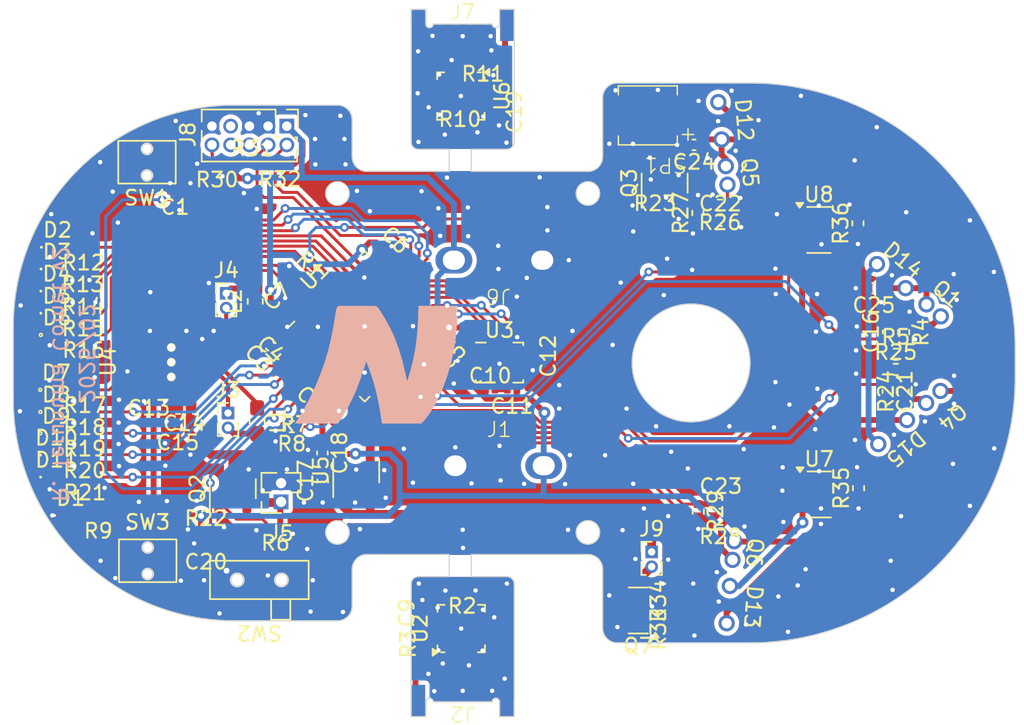
<source format=kicad_pcb>
(kicad_pcb (version 20240108) (generator "pcbnew") (generator_version "8.0")
  (layers (0 "F.Cu" signal) (31 "B.Cu" signal) (34 "B.Paste" user) (35 "F.Paste" user) (36 "B.SilkS" user "B.Silkscreen") (37 "F.SilkS" user "F.Silkscreen") (38 "B.Mask" user) (39 "F.Mask" user) (44 "Edge.Cuts" user))
  (net 0 "")
  (net 1 "NRST")
  (net 2 "GND")
  (net 3 "+3.3V")
  (net 4 "/encoder_R/s_VDD")
  (net 5 "/encoder_R/s_GND")
  (net 6 "+BATT")
  (net 7 "/encoder_L/s_VDD")
  (net 8 "/encoder_L/s_GND")
  (net 9 "USER_SW")
  (net 10 "Net-(U1-VCAP1)")
  (net 11 "Net-(U3-REGOUT)")
  (net 12 "Net-(D1-A)")
  (net 13 "Net-(D2-A)")
  (net 14 "Net-(D3-A)")
  (net 15 "Net-(D4-A)")
  (net 16 "Net-(D5-A)")
  (net 17 "Net-(D6-A)")
  (net 18 "Net-(D7-A)")
  (net 19 "Net-(D8-A)")
  (net 20 "Net-(D9-A)")
  (net 21 "Net-(D10-A)")
  (net 22 "Net-(D11-A)")
  (net 23 "Net-(D12-K)")
  (net 24 "Net-(D13-K)")
  (net 25 "Net-(D14-K)")
  (net 26 "Net-(D15-K)")
  (net 27 "ENC_R_B")
  (net 28 "ENC_R_A")
  (net 29 "Net-(J3-Pin_1)")
  (net 30 "IR_RCV_FL")
  (net 31 "Net-(J3-Pin_2)")
  (net 32 "USER_SPEAKER")
  (net 33 "Net-(J4-Pin_2)")
  (net 34 "IR_RCV_FR")
  (net 35 "IR_RCV_SL")
  (net 36 "IR_RCV_SR")
  (net 37 "Net-(J4-Pin_1)")
  (net 38 "Net-(J5-Pin_1)")
  (net 39 "ENC_L_A")
  (net 40 "ENC_L_B")
  (net 42 "BAT_VOL")
  (net 43 "USER_LED1")
  (net 44 "USER_LED2")
  (net 45 "USER_LED3")
  (net 46 "USER_LED4")
  (net 47 "USER_LED5")
  (net 48 "USER_LED6")
  (net 49 "USER_LED7")
  (net 50 "USER_LED8")
  (net 51 "IR_LED_F")
  (net 52 "IR_LED_S")
  (net 54 "SPI_SCLK")
  (net 55 "SPI_MISO")
  (net 56 "SPI_MOSI")
  (net 57 "SPI_CS_IMU")
  (net 58 "SYS_JTMS_SWDIO")
  (net 59 "SYS_JTCK_SWCLK")
  (net 60 "MOTOR_IN_L1")
  (net 61 "MOTOR_IN_L2")
  (net 62 "MOTOR_IN_R1")
  (net 63 "MOTOR_IN_R2")
  (net 65 "Net-(J9-Pin_2)")
  (net 66 "Net-(U4-AOUT2)")
  (net 67 "Net-(U4-BOUT1)")
  (net 68 "Net-(Q2-G)")
  (net 69 "Net-(Q3-D)")
  (net 70 "Net-(U1-BOOT0)")
  (net 71 "Net-(U2-MGL)")
  (net 72 "Net-(U2-MGH)")
  (net 73 "Net-(U6-MGL)")
  (net 74 "Net-(U6-MGH)")
  (net 75 "FAN_MOTOR")
  (net 76 "USER_LED9")
  (net 77 "USER_LED10")
  (net 103 "Net-(U7-R_EXT)")
  (net 104 "Net-(U8-R_EXT)")
  (net 105 "Net-(Q1-E)")
  (net 106 "Net-(Q4-E)")
  (net 107 "Net-(Q5-E)")
  (net 108 "Net-(Q6-E)")
  (net 109 "Net-(Q7-Pad1)")
  (net 112 "/encoder_R/ENC_B_")
  (net 113 "/encoder_R/ENC_A_")
  (net 114 "/encoder_L/ENC_A_")
  (net 115 "/encoder_L/ENC_B_")
  (footprint "Capacitor_SMD:C_0201_0603Metric" (layer "F.Cu") (at 149.903145 95.755361 135)
    (property "Reference" "C4")
    (property "Value" "0.1u")
  )
  (footprint "Package_DFN_QFN:QFN-48-1EP_7x7mm_P0.5mm_EP5.6x5.6mm" (layer "F.Cu") (at 155.525 94.944669 45)
    (property "Reference" "U1")
    (property "Value" "STM32F411CEUx")
  )
  (footprint "half_mouse_lib:TVAF06-A020B-R" (layer "F.Cu") (at 140.75 83.8)
    (property "Reference" "SW1")
    (property "Value" "TVAF06-A020B-R")
    (fp_circle (center 0 -0.9) (end 0.375 -0.9) (stroke (width 0.12)) (fill none) (layer "Edge.Cuts"))
    (fp_circle (center 0 0.9) (end 0.375 0.9) (stroke (width 0.12)) (fill none) (layer "Edge.Cuts"))
  )
  (footprint "Resistor_SMD:R_0201_0603Metric" (layer "F.Cu") (at 175.23 87.65)
    (property "Reference" "R23")
    (property "Value" "100k")
  )
  (footprint "half_mouse_lib:OSI5FU3A11C" (layer "F.Cu") (at 179.635688 80.990167 -85)
    (property "Reference" "D12")
    (property "Value" "OSI5FU3A11C")
  )
  (footprint "half_mouse_lib:OSI5FU3A11C" (layer "F.Cu") (at 191.261439 91.533169 -40)
    (property "Reference" "D14")
    (property "Value" "OSI5FU3A11C")
  )
  (footprint "Resistor_SMD:R_0402_1005Metric" (layer "F.Cu") (at 191.567124 97.86634)
    (property "Reference" "R25")
    (property "Value" "10k")
  )
  (footprint "LED_SMD:LED_0402_1005Metric" (layer "F.Cu") (at 134.592501 99.250001)
    (property "Reference" "D7")
    (property "Value" "LED6")
  )
  (footprint "Resistor_SMD:R_0201_0603Metric" (layer "F.Cu") (at 150.77 102.634997)
    (property "Reference" "R7")
    (property "Value" "6.8k")
  )
  (footprint "Inductor_SMD:L_0603_1608Metric_Pad1.05x0.95mm_HandSolder" (layer "F.Cu") (at 148.225 101.35 -90)
    (property "Reference" "L1")
    (property "Value" "47u")
  )
  (footprint "Resistor_SMD:R_0201_0603Metric" (layer "F.Cu") (at 136.52 102.200001 180)
    (property "Reference" "R19")
    (property "Value" "3.3k")
  )
  (footprint "LED_SMD:LED_0402_1005Metric" (layer "F.Cu") (at 134.64 95.525)
    (property "Reference" "D6")
    (property "Value" "LED5")
  )
  (footprint "Capacitor_SMD:C_0402_1005Metric" (layer "F.Cu") (at 152.655 103.5375 -90)
    (property "Reference" "C18")
    (property "Value" "1u")
  )
  (footprint "Resistor_SMD:R_0402_1005Metric" (layer "F.Cu") (at 189.04 105.925 90)
    (property "Reference" "R35")
    (property "Value" "8.2")
  )
  (footprint "Package_TO_SOT_SMD:SOT-23-6" (layer "F.Cu") (at 186.365 106.35)
    (property "Reference" "U7")
    (property "Value" "BCR421UW6-7")
  )
  (footprint "Resistor_SMD:R_0201_0603Metric" (layer "F.Cu") (at 161.985 81.937501)
    (property "Reference" "R10")
    (property "Value" "10k")
  )
  (footprint "Resistor_SMD:R_0201_0603Metric" (layer "F.Cu") (at 136.527501 99.250002 180)
    (property "Reference" "R17")
    (property "Value" "3.3k")
  )
  (footprint "Resistor_SMD:R_0201_0603Metric" (layer "F.Cu") (at 147.895 83.92)
    (property "Reference" "R31")
    (property "Value" "10k")
  )
  (footprint "Resistor_SMD:R_0402_1005Metric" (layer "F.Cu") (at 192.1 95.335 -90)
    (property "Reference" "R4")
    (property "Value" "1.5k")
  )
  (footprint "Resistor_SMD:R_0201_0603Metric" (layer "F.Cu") (at 144.75 109.020709)
    (property "Reference" "R22")
    (property "Value" "10k")
  )
  (footprint "half_mouse_lib:OSI5FU3A11C" (layer "F.Cu") (at 191.352124 102.11634 -140)
    (property "Reference" "D15")
    (property "Value" "OSI5FU3A11C")
  )
  (footprint "Resistor_SMD:R_0402_1005Metric" (layer "F.Cu") (at 150.575 101.75 180)
    (property "Reference" "R8")
    (property "Value" "15k")
  )
  (footprint "LED_SMD:LED_0402_1005Metric" (layer "F.Cu") (at 134.6 102.2)
    (property "Reference" "D9")
    (property "Value" "LED8")
  )
  (footprint "Resistor_SMD:R_0201_0603Metric" (layer "F.Cu") (at 136.522498 100.75 180)
    (property "Reference" "R18")
    (property "Value" "3.3k")
  )
  (footprint "half_mouse_lib:LTR-209" (layer "F.Cu") (at 194.136439 93.858169 -40)
    (property "Reference" "Q1")
    (property "Value" "OP505A")
  )
  (footprint "Capacitor_SMD:C_0603_1608Metric" (layer "F.Cu") (at 142.85 101.4 180)
    (property "Reference" "C15")
    (property "Value" "47u")
  )
  (footprint "LED_SMD:LED_0402_1005Metric" (layer "F.Cu") (at 134.61 103.675)
    (property "Reference" "D10")
    (property "Value" "LED9")
  )
  (footprint "Resistor_SMD:R_0402_1005Metric" (layer "F.Cu") (at 191.575 96.835)
    (property "Reference" "R5")
    (property "Value" "10k")
  )
  (footprint "Capacitor_SMD:C_0201_0603Metric" (layer "F.Cu") (at 143.290001 100.475 180)
    (property "Reference" "C14")
    (property "Value" "0.1u")
  )
  (footprint "Capacitor_SMD:C_0201_0603Metric" (layer "F.Cu") (at 156.872037 89.825923 -45)
    (property "Reference" "C6")
    (property "Value" "0.1u")
  )
  (footprint "Package_TO_SOT_SMD:SOT-23-6" (layer "F.Cu") (at 186.35 88.4)
    (property "Reference" "U8")
    (property "Value" "BCR421UW6-7")
  )
  (footprint "LED_SMD:LED_0402_1005Metric" (layer "F.Cu") (at 134.62 105.175)
    (property "Reference" "D11")
    (property "Value" "LED10")
  )
  (footprint "Resistor_SMD:R_0201_0603Metric" (layer "F.Cu") (at 137.445 107.775 180)
    (property "Reference" "R9")
    (property "Value" "3.3k")
  )
  (footprint "Resistor_SMD:R_0201_0603Metric" (layer "F.Cu") (at 136.416 94.05 180)
    (property "Reference" "R15")
    (property "Value" "3.3k")
  )
  (footprint "Resistor_SMD:R_0201_0603Metric" (layer "F.Cu") (at 136.451 95.516001 180)
    (property "Reference" "R16")
    (property "Value" "3.3k")
  )
  (footprint "half_mouse_lib:OSI5FU3A11C" (layer "F.Cu") (at 180.2 113.825 -95)
    (property "Reference" "D13")
    (property "Value" "OSI5FU3A11C")
  )
  (footprint "Resistor_SMD:R_0402_1005Metric" (layer "F.Cu") (at 189 87.95 90)
    (property "Reference" "R36")
    (property "Value" "8.2")
  )
  (footprint "omni:DRV8835" (layer "F.Cu") (at 138.6154 97.3402 90)
    (property "Reference" "U4")
    (property "Value" "DRV8835")
  )
  (footprint "Resistor_SMD:R_0201_0603Metric" (layer "F.Cu") (at 136.44 89.575 180)
    (property "Reference" "R12")
    (property "Value" "3.3k")
  )
  (footprint "Resistor_SMD:R_0201_0603Metric" (layer "F.Cu") (at 176.512502 115.499998 90)
    (property "Reference" "R33")
    (property "Value" "4.7k")
  )
  (footprint "Capacitor_SMD:C_0402_1005Metric" (layer "F.Cu") (at 161.04927 97.12786 45)
    (property "Reference" "C2")
    (property "Value" "2.2u")
  )
  (footprint "Package_DFN_QFN:QFN-16-1EP_3x3mm_P0.5mm_EP1.75x1.75mm" (layer "F.Cu") (at 162.075 115.45 90)
    (property "Reference" "U2")
    (property "Value" "MA730")
  )
  (footprint "Resistor_SMD:R_0201_0603Metric" (layer "F.Cu") (at 176.512502 113.579998 90)
    (property "Reference" "R34")
    (property "Value" "20k")
  )
  (footprint "Resistor_SMD:R_0201_0603Metric" (layer "F.Cu") (at 136.416 92.55 180)
    (property "Reference" "R14")
    (property "Value" "3.3k")
  )
  (footprint "Capacitor_SMD:C_0402_1005Metric" (layer "F.Cu") (at 191.027124 99.36634 -90)
    (property "Reference" "C21")
    (property "Value" "0.1u")
  )
  (footprint "half_mouse_lib:SMT-0440-T-HT-R" (layer "F.Cu") (at 174.789499 80.6 180)
    (property "Reference" "SP1")
    (property "Value" "SMT-0440")
  )
  (footprint "Capacitor_SMD:C_0201_0603Metric" (layer "F.Cu") (at 152.575 99.169667 135)
    (property "Reference" "C8")
    (property "Value" "0.1u")
  )
  (footprint "Package_LGA:LGA-14_3x2.5mm_P0.5mm_LayoutBorder3x4y" (layer "F.Cu") (at 164.675 97.4)
    (property "Reference" "U3")
    (property "Value" "ICM-20600")
  )
  (footprint "Resistor_SMD:R_0201_0603Metric" (layer "F.Cu") (at 159.525 116.5 90)
    (property "Reference" "R3")
    (property "Value" "10k")
  )
  (footprint "Resistor_SMD:R_0201_0603Metric" (layer "F.Cu") (at 136.52 103.675 180)
    (property "Reference" "R20")
    (property "Value" "3.3k")
  )
  (footprint "half_mouse_lib:EG1215AA" (layer "F.Cu") (at 148.375 112.1522)
    (property "Reference" "SW2")
    (property "Value" "EG1215AA")
    (fp_circle (center -1.5 0) (end -1.05 0) (stroke (width 0.12)) (fill none) (layer "Edge.Cuts"))
    (fp_circle (center 1.5 0) (end 1.95 0) (stroke (width 0.12)) (fill none) (layer "Edge.Cuts"))
  )
  (footprint "Resistor_SMD:R_0201_0603Metric" (layer "F.Cu") (at 149.77 83.91 180)
    (property "Reference" "R32")
    (property "Value" "10k")
  )
  (footprint "Capacitor_SMD:C_0402_1005Metric" (layer "F.Cu") (at 179.66 87.775002)
    (property "Reference" "C22")
    (property "Value" "0.1u")
  )
  (footprint "Resistor_SMD:R_0201_0603Metric" (layer "F.Cu") (at 149.472499 108.597501 180)
    (property "Reference" "R6")
    (property "Value" "100k")
  )
  (footprint "Inductor_SMD:L_0603_1608Metric_Pad1.05x0.95mm_HandSolder" (layer "F.Cu") (at 148.1 93.25 90)
    (property "Reference" "L2")
    (property "Value" "47u")
  )
  (footprint "Capacitor_SMD:C_0402_1005Metric" (layer "F.Cu") (at 190.08 92.349999 180)
    (property "Reference" "C25")
    (property "Value" "1u")
  )
  (footprint "LED_SMD:LED_0402_1005Metric" (layer "F.Cu") (at 134.675 89.575)
    (property "Reference" "D2")
    (property "Value" "LED1")
  )
  (footprint "half_mouse_lib:enc_board" (layer "F.Cu") (at 162.175 120.325 180)
    (property "Reference" "J2")
    (property "Value" "enc_slave")
  )
  (footprint "Package_DFN_QFN:QFN-16-1EP_3x3mm_P0.5mm_EP1.75x1.75mm" (layer "F.Cu") (at 162.05 79.3125 -90)
    (property "Reference" "U6")
    (property "Value" "MA730")
  )
  (footprint "LED_SMD:LED_0402_1005Metric" (layer "F.Cu") (at 134.638 92.55)
    (property "Reference" "D4")
    (property "Value" "LED3")
  )
  (footprint "Capacitor_SMD:C_0402_1005Metric" (layer "F.Cu") (at 179.689999 106.954999)
    (property "Reference" "C23")
    (property "Value" "0.1u")
  )
  (footprint "Connector_PinHeader_1.27mm:PinHeader_2x05_P1.27mm_Vertical" (layer "F.Cu") (at 150.24 81.355 -90)
    (property "Reference" "J8")
    (property "Value" "Conn_ARM_JTAG_SWD_10")
  )
  (footprint "half_mouse_lib:LTR-209" (layer "F.Cu") (at 194.113562 99.73317 -140)
    (property "Reference" "Q4")
    (property "Value" "OP505A")
  )
  (footprint "Resistor_SMD:R_0201_0603Metric" (layer "F.Cu") (at 136.53 105.175 180)
    (property "Reference" "R21")
    (property "Value" "3.3k")
  )
  (footprint "Capacitor_SMD:C_0402_1005Metric" (layer "F.Cu") (at 152.675 105.4375 90)
    (property "Reference" "C17")
    (property "Value" "1u")
  )
  (footprint "Package_TO_SOT_SMD:SOT-23-5" (layer "F.Cu") (at 154.95 104.7375 90)
    (property "Reference" "U5")
    (property "Value" "TLV75733PDBV")
  )
  (footprint "LED_SMD:LED_0402_1005Metric" (layer "F.Cu") (at 134.602499 100.75)
    (property "Reference" "D8")
    (property "Value" "LED7")
  )
  (footprint "Capacitor_SMD:C_0201_0603Metric" (layer "F.Cu") (at 142.660002 85.8 180)
    (property "Reference" "C1")
    (property "Value" "0.1u")
  )
  (footprint "Resistor_SMD:R_0201_0603Metric" (layer "F.Cu") (at 162.14 112.867502 180)
    (property "Reference" "R2")
    (property "Value" "10k")
  )
  (footprint "Package_TO_SOT_SMD:SOT-23" (layer "F.Cu") (at 175.88 85.225 90)
    (property "Reference" "Q3")
    (property "Value" "BSS138")
  )
  (footprint "Resistor_SMD:R_0402_1005Metric" (layer "F.Cu") (at 179.665 108.03 180)
    (property "Reference" "R28")
    (property "Value" "1.5k")
  )
  (footprint "half_mouse_lib:LTR-209" (layer "F.Cu") (at 180.091032 84.697751 -85)
    (property "Reference" "Q5")
    (property "Value" "OP505A")
  )
  (footprint "Connector_PinSocket_1.27mm:PinSocket_1x02_P1.27mm_Vertical" (layer "F.Cu") (at 149.85 106.85 180)
    (property "Reference" "J5")
    (property "Value" "Battery")
  )
  (footprint "Resistor_SMD:R_0402_1005Metric" (layer "F.Cu") (at 178.14 87.250002 90)
    (property "Reference" "R27")
    (property "Value" "10k")
  )
  (footprint "Capacitor_SMD:C_0201_0603Metric" (layer "F.Cu") (at 160.752286 96.18741 -135)
    (property "Reference" "C5")
    (property "Value" "0.1u")
  )
  (footprint "Connector_PinHeader_1.00mm:PinHeader_1x02_P1.00mm_Vertical" (layer "F.Cu") (at 175 110.25)
    (property "Reference" "J9")
    (property "Value" "Conn_01x02")
  )
  (footprint "Package_TO_SOT_SMD:SOT-23" (layer "F.Cu") (at 174.087502 114.224999 180)
    (property "Reference" "Q7")
    (property "Value" "IRFML8244")
  )
  (footprint "LED_SMD:LED_0402_1005Metric" (layer "F.Cu") (at 135.575 107.775)
    (property "Reference" "D1")
    (property "Value" "LED")
  )
  (footprint "Capacitor_SMD:C_0201_0603Metric" (layer "F.Cu") (at 150.318925 93.680714 45)
    (property "Reference" "C7")
    (property "Value" "0.1u")
  )
  (footprint "Resistor_SMD:R_0201_0603Metric" (layer "F.Cu") (at 151.075001 91.544668 -45)
    (property "Reference" "R1")
    (property "Value" "10k")
  )
  (footprint "Capacitor_SMD:C_0201_0603Metric" (layer "F.Cu") (at 164.637499 80.387501 -90)
    (property "Reference" "C19")
    (property "Value" "0.1u")
  )
  (footprint "Resistor_SMD:R_0201_0603Metric" (layer "F.Cu") (at 136.392 91.05 180)
    (property "Reference" "R13")
    (property "Value" "3.3k")
  )
  (footprint "half_mouse_lib:LTR-209" (layer "F.Cu") (at 180.544656 110.157584 -95)
    (property "Reference" "Q6")
    (property "Value" "OP505A")
  )
  (footprint "Resistor_SMD:R_0201_0603Metric" (layer "F.Cu") (at 145.505 83.94 180)
    (property "Reference" "R30")
    (property "Value" "10k")
  )
  (footprint "Connector_PinHeader_1.00mm:PinHeader_1x02_P1.00mm_Vertical" (layer "F.Cu") (at 146.125 92.7)
    (property "Reference" "J4")
    (property "Value" "motor_R")
  )
  (footprint "LED_SMD:LED_0402_1005Metric" (layer "F.Cu") (at 134.65 91.05)
    (property "Reference" "D3")
    (property "Value" "LED2")
  )
  (footprint "Connector_PinHeader_1.00mm:PinHeader_1x02_P1.00mm_Vertical" (layer "F.Cu") (at 146.25 100.825)
    (property "Reference" "J3")
    (property "Value" "motor_L")
  )
  (footprint "Capacitor_SMD:C_0201_0603Metric" (layer "F.Cu") (at 140.875 99.425 180)
    (property "Reference" "C13")
    (property "Value" "0.1u")
  )
  (footprint "LED_SMD:LED_0402_1005Metric" (layer "F.Cu") (at 134.638 94.05)
    (property "Reference" "D5")
    (property "Value" "LED4")
  )
  (footprint "Capacitor_SMD:C_0201_0603Metric" (layer "F.Cu") (at 159.424998 114.392498 90)
    (property "Reference" "C9")
    (property "Value" "0.1u")
  )
  (footprint "Resistor_SMD:R_0201_0603Metric" (layer "F.Cu") (at 163.55 76.7625 180)
    (property "Reference" "R11")
    (property "Value" "10k")
  )
  (footprint "Resistor_SMD:R_0402_1005Metric" (layer "F.Cu") (at 179.635 86.72 180)
    (property "Reference" "R26")
    (property "Value" "1.5k")
  )
  (footprint "Resistor_SMD:R_0402_1005Metric" (layer "F.Cu") (at 192.077124 99.36634 90)
    (property "Reference" "R24")
    (property "Value" "1.5k")
  )
  (footprint "Capacitor_SMD:C_0402_1005Metric" (layer "F.Cu") (at 191.05 95.319999 90)
    (property "Reference" "C16")
    (property "Value" "0.1u")
  )
  (footprint "Capacitor_SMD:C_0402_1005Metric" (layer "F.Cu") (at 149.155734 96.265191 135)
    (property "Reference" "C3")
    (property "Value" "4.7u")
  )
  (footprint "Capacitor_SMD:C_0201_0603Metric" (layer "F.Cu") (at 166.929999 96.956001 -90)
    (property "Reference" "C12")
    (property "Value" "0.1u")
  )
  (footprint "half_mouse_lib:TVAF06-A020B-R" (layer "F.Cu") (at 140.8 110.85)
    (property "Reference" "SW3")
    (property "Value" "TVAF06-A020B-R")
    (fp_circle (center 0 -0.9) (end 0.375 -0.9) (stroke (width 0.12)) (fill none) (layer "Edge.Cuts"))
    (fp_circle (center 0 0.9) (end 0.375 0.9) (stroke (width 0.12)) (fill none) (layer "Edge.Cuts"))
  )
  (footprint "Capacitor_SMD:C_0402_1005Metric" (layer "F.Cu") (at 177.875 82.625 180)
    (property "Reference" "C24")
    (property "Value" "1u")
  )
  (footprint "half_mouse_lib:enc_fp" (layer "F.Cu") (at 164.65 104.425)
    (property "Reference" "J1")
    (property "Value" "enc_host")
  )
  (footprint "Capacitor_SMD:C_0201_0603Metric" (layer "F.Cu") (at 144.750712 109.875 180)
    (property "Reference" "C20")
    (property "Value" "0.1u")
  )
  (footprint "half_mouse_lib:enc_board" (layer "F.Cu") (at 162.175 74.525)
    (property "Reference" "J7")
    (property "Value" "enc_slave")
  )
  (footprint "Capacitor_SMD:C_0201_0603Metric" (layer "F.Cu") (at 165.524999 99.306001 180)
    (property "Reference" "C11")
    (property "Value" "0.1u")
  )
  (footprint "Package_TO_SOT_SMD:SOT-23" (layer "F.Cu") (at 146.575 105.9625 90)
    (property "Reference" "Q2")
    (property "Value" "IRLML6402")
  )
  (footprint "Capacitor_SMD:C_0201_0603Metric" (layer "F.Cu") (at 164.045 99.3)
    (property "Reference" "C10")
    (property "Value" "0.1u")
  )
  (footprint "half_mouse_lib:enc_fp" (layer "F.Cu") (at 164.6 90.425 180)
    (property "Reference" "J6")
    (property "Value" "enc_host")
  )
  (footprint "Resistor_SMD:R_0402_1005Metric" (layer "F.Cu") (at 178.164999 107.514999 -90)
    (property "Reference" "R29")
    (property "Value" "10k")
  )
  (footprint "mylib:science_tokyo_logo" (layer "B.Cu") (at 156.35 97.45 90)
    (property "Reference" "G***" (hide yes))
    (property "Value" "LOGO" (hide yes))
  )
  (gr_line (start 164.674999 120.425) (end 164.674999 121.425) (stroke (width 0.08)) (layer "Edge.Cuts"))
  (gr_line (start 159.675 73.424999) (end 158.675 73.424999) (stroke (width 0.08)) (layer "Edge.Cuts"))
  (gr_line (start 162.762965 110.424998) (end 170.674998 110.424999) (stroke (width 0.08)) (layer "Edge.Cuts"))
  (gr_line (start 162.762965 111.924999) (end 162.762965 110.424998) (stroke (width 0.08)) (layer "Edge.Cuts"))
  (gr_line (start 155.674999 110.424999) (end 161.262965 110.424999) (stroke (width 0.08)) (layer "Edge.Cuts"))
  (gr_arc (start 165.675 82.425) (mid 165.528553 82.778554) (end 165.174999 82.924999) (stroke (width 0.08)) (layer "Edge.Cuts"))
  (gr_line (start 165.175 111.925) (end 162.762965 111.924999) (stroke (width 0.08)) (layer "Edge.Cuts"))
  (gr_line (start 146.674999 114.925) (end 153.675 114.924999) (stroke (width 0.08)) (layer "Edge.Cuts"))
  (gr_arc (start 159.175001 82.924999) (mid 158.821448 82.778552) (end 158.675 82.424999) (stroke (width 0.08)) (layer "Edge.Cuts"))
  (gr_line (start 165.675 73.425) (end 164.674999 73.424999) (stroke (width 0.08)) (layer "Edge.Cuts"))
  (gr_line (start 158.675 121.425) (end 159.674999 121.424999) (stroke (width 0.08)) (layer "Edge.Cuts"))
  (gr_line (start 199.675 98.425) (end 199.675 96.424999) (stroke (width 0.08)) (layer "Edge.Cuts"))
  (gr_arc (start 172.675 116.425) (mid 171.967894 116.132107) (end 171.674999 115.425) (stroke (width 0.08)) (layer "Edge.Cuts"))
  (gr_arc (start 170.674998 110.424999) (mid 171.382107 110.717891) (end 171.674999 111.425) (stroke (width 0.08)) (layer "Edge.Cuts"))
  (gr_line (start 181.675 78.424999) (end 172.674998 78.424999) (stroke (width 0.08)) (layer "Edge.Cuts"))
  (gr_line (start 160.174999 120.425) (end 164.175001 120.424998) (stroke (width 0.08)) (layer "Edge.Cuts"))
  (gr_arc (start 154.675 113.924998) (mid 154.382107 114.632106) (end 153.675 114.924999) (stroke (width 0.08)) (layer "Edge.Cuts"))
  (gr_line (start 171.674999 79.424999) (end 171.674999 83.425) (stroke (width 0.08)) (layer "Edge.Cuts"))
  (gr_line (start 154.675001 83.425002) (end 154.675 80.925001) (stroke (width 0.08)) (layer "Edge.Cuts"))
  (gr_arc (start 181.675 78.424999) (mid 194.402922 83.697077) (end 199.675 96.424999) (stroke (width 0.08)) (layer "Edge.Cuts"))
  (gr_arc (start 164.175001 120.425) (mid 164.425 120.174999) (end 164.674999 120.425) (stroke (width 0.08)) (layer "Edge.Cuts"))
  (gr_line (start 164.674999 121.425) (end 165.675 121.424999) (stroke (width 0.08)) (layer "Edge.Cuts"))
  (gr_arc (start 155.674998 84.424999) (mid 154.967894 84.132106) (end 154.675001 83.425002) (stroke (width 0.08)) (layer "Edge.Cuts"))
  (gr_line (start 162.762964 84.425) (end 162.762964 82.924999) (stroke (width 0.08)) (layer "Edge.Cuts"))
  (gr_line (start 159.175001 82.924999) (end 161.262965 82.925) (stroke (width 0.08)) (layer "Edge.Cuts"))
  (gr_line (start 158.675 112.424999) (end 158.675 121.425) (stroke (width 0.08)) (layer "Edge.Cuts"))
  (gr_line (start 164.175001 74.425) (end 160.174999 74.425) (stroke (width 0.08)) (layer "Edge.Cuts"))
  (gr_arc (start 131.674998 94.925) (mid 136.068396 84.318396) (end 146.674999 79.924999) (stroke (width 0.08)) (layer "Edge.Cuts"))
  (gr_circle (center 170.675001 85.925) (end 170.674998 86.725) (stroke (width 0.08)) (fill none) (layer "Edge.Cuts"))
  (gr_line (start 171.674999 111.425) (end 171.674999 115.425) (stroke (width 0.08)) (layer "Edge.Cuts"))
  (gr_arc (start 164.674999 74.425) (mid 164.425 74.675) (end 164.175001 74.425) (stroke (width 0.08)) (layer "Edge.Cuts"))
  (gr_line (start 170.675001 84.425) (end 162.762964 84.425) (stroke (width 0.08)) (layer "Edge.Cuts"))
  (gr_arc (start 154.674998 111.425) (mid 154.967892 110.717893) (end 155.674999 110.424999) (stroke (width 0.08)) (layer "Edge.Cuts"))
  (gr_line (start 159.674999 121.424999) (end 159.674999 120.425) (stroke (width 0.08)) (layer "Edge.Cuts"))
  (gr_circle (center 170.675001 108.925) (end 170.674998 109.725) (stroke (width 0.08)) (fill none) (layer "Edge.Cuts"))
  (gr_line (start 161.262965 82.925) (end 161.262965 84.425) (stroke (width 0.08)) (layer "Edge.Cuts"))
  (gr_line (start 154.675 113.924998) (end 154.674998 111.425) (stroke (width 0.08)) (layer "Edge.Cuts"))
  (gr_line (start 172.675 116.425) (end 181.675 116.425) (stroke (width 0.08)) (layer "Edge.Cuts"))
  (gr_line (start 165.675 82.425) (end 165.675 73.425) (stroke (width 0.08)) (layer "Edge.Cuts"))
  (gr_arc (start 146.674999 114.925) (mid 136.068397 110.531602) (end 131.674998 99.925) (stroke (width 0.08)) (layer "Edge.Cuts"))
  (gr_arc (start 153.675001 79.924999) (mid 154.382108 80.217893) (end 154.675 80.925001) (stroke (width 0.08)) (layer "Edge.Cuts"))
  (gr_line (start 161.262965 110.424999) (end 161.262965 111.924999) (stroke (width 0.08)) (layer "Edge.Cuts"))
  (gr_circle (center 153.675 85.925) (end 153.675 86.725) (stroke (width 0.08)) (fill none) (layer "Edge.Cuts"))
  (gr_line (start 165.675 121.424999) (end 165.675 112.424999) (stroke (width 0.08)) (layer "Edge.Cuts"))
  (gr_arc (start 199.675 98.425) (mid 194.402922 111.152922) (end 181.675 116.425) (stroke (width 0.08)) (layer "Edge.Cuts"))
  (gr_line (start 158.675 73.424999) (end 158.675 82.424999) (stroke (width 0.08)) (layer "Edge.Cuts"))
  (gr_line (start 161.262965 111.924999) (end 159.175 111.925) (stroke (width 0.08)) (layer "Edge.Cuts"))
  (gr_arc (start 165.175 111.925) (mid 165.528553 112.071446) (end 165.675 112.424999) (stroke (width 0.08)) (layer "Edge.Cuts"))
  (gr_arc (start 171.674999 79.424999) (mid 171.967892 78.717892) (end 172.674998 78.424999) (stroke (width 0.08)) (layer "Edge.Cuts"))
  (gr_line (start 131.674998 94.925) (end 131.674998 99.925) (stroke (width 0.08)) (layer "Edge.Cuts"))
  (gr_line (start 162.762964 82.924999) (end 165.174999 82.924999) (stroke (width 0.08)) (layer "Edge.Cuts"))
  (gr_circle (center 153.675 108.925) (end 153.675 109.725) (stroke (width 0.08)) (fill none) (layer "Edge.Cuts"))
  (gr_line (start 153.675001 79.924999) (end 146.674999 79.924999) (stroke (width 0.08)) (layer "Edge.Cuts"))
  (gr_arc (start 160.174999 74.425) (mid 159.925 74.674999) (end 159.674999 74.425) (stroke (width 0.08)) (layer "Edge.Cuts"))
  (gr_line (start 164.674999 73.424999) (end 164.674999 74.425) (stroke (width 0.08)) (layer "Edge.Cuts"))
  (gr_circle (center 177.674998 97.425) (end 177.674998 101.425) (stroke (width 0.08)) (fill none) (layer "Edge.Cuts"))
  (gr_line (start 159.674999 74.425) (end 159.675 73.424999) (stroke (width 0.08)) (layer "Edge.Cuts"))
  (gr_arc (start 159.674999 120.425) (mid 159.925 120.174999) (end 160.174999 120.425) (stroke (width 0.08)) (layer "Edge.Cuts"))
  (gr_arc (start 171.674999 83.425) (mid 171.382106 84.132105) (end 170.675001 84.425) (stroke (width 0.08)) (layer "Edge.Cuts"))
  (gr_arc (start 158.675 112.424999) (mid 158.821447 112.071446) (end 159.175 111.925) (stroke (width 0.08)) (layer "Edge.Cuts"))
  (gr_line (start 161.262965 84.425) (end 155.674998 84.424999) (stroke (width 0.08)) (layer "Edge.Cuts"))
  (gr_text "2025/02" (at 136.05 100.25 270) (layer "B.SilkS") (effects (font (size 1 1)) (justify left bottom mirror)))
  (gr_text "R. Terunuma Comet v2" (at 134.25 106.95 270) (layer "B.SilkS") (effects (font (size 1 1)) (justify left bottom mirror)))
  (segment (start 145.205 82.655) (end 145.17 82.69) (width 0.2) (layer "F.Cu") (net 1))
  (segment (start 145.16 82.625) (end 145.175 82.625) (width 0.2) (layer "F.Cu") (net 1))
  (segment (start 145.175 82.625) (end 145.205 82.655) (width 0.2) (layer "F.Cu") (net 1))
  (segment (start 150.311267 100.563733) (end 150.96884 99.90616) (width 0.2) (layer "F.Cu") (net 1))
  (segment (start 145.179999 83.934999) (end 145.185 83.94) (width 0.2) (layer "F.Cu") (net 1))
  (segment (start 145.17 83.065) (end 145.16 83.055) (width 0.2) (layer "F.Cu") (net 1))
  (segment (start 145.185 83.27) (end 145.17 83.255) (width 0.2) (layer "F.Cu") (net 1))
  (segment (start 145.17 83.255) (end 145.17 83.065) (width 0.2) (layer "F.Cu") (net 1))
  (segment (start 142.95 86.35) (end 143.675 86.35) (width 0.2) (layer "F.Cu") (net 1))
  (segment (start 145.17 82.69) (end 145.17 83.255) (width 0.2) (layer "F.Cu") (net 1))
  (segment (start 145.185 83.94) (end 145.185 83.27) (width 0.2) (layer "F.Cu") (net 1))
  (segment (start 142.980002 85.8) (end 142.980002 86.319998) (width 0.2) (layer "F.Cu") (net 1))
  (segment (start 150.96884 99.90616) (end 150.96884 99.548011) (width 0.2) (layer "F.Cu") (net 1))
  (segment (start 152.498222 98.325) (end 153.271097 97.552125) (width 0.2) (layer "F.Cu") (net 1))
  (segment (start 142.980002 86.319998) (end 142.95 86.35) (width 0.2) (layer "F.Cu") (net 1))
  (segment (start 142.975001 85.794999) (end 142.980002 85.8) (width 0.2) (layer "F.Cu") (net 1))
  (segment (start 152.191851 98.325) (end 152.498222 98.325) (width 0.2) (layer "F.Cu") (net 1))
  (segment (start 143.675 86.35) (end 145.185 84.84) (width 0.2) (layer "F.Cu") (net 1))
  (segment (start 150.96884 99.548011) (end 152.191851 98.325) (width 0.2) (layer "F.Cu") (net 1))
  (segment (start 141.775 86.35) (end 142.95 86.35) (width 0.2) (layer "F.Cu") (net 1))
  (segment (start 150.307124 100.563733) (end 150.311267 100.563733) (width 0.2) (layer "F.Cu") (net 1))
  (segment (start 145.185 84.84) (end 145.185 83.94) (width 0.2) (layer "F.Cu") (net 1))
  (segment (start 142.975001 83.8) (end 142.975001 85.744999) (width 0.2) (layer "F.Cu") (net 1))
  (via (at 141.775 86.35) (size 0.6) (drill 0.3) (layers "F.Cu" "B.Cu") (net 1))
  (via (at 150.307124 100.563733) (size 0.6) (drill 0.3) (layers "F.Cu" "B.Cu") (net 1))
  (segment (start 139.075 105.95) (end 143.694974 105.95) (width 0.2) (layer "B.Cu") (net 1))
  (segment (start 149.081241 100.563733) (end 150.307124 100.563733) (width 0.2) (layer "B.Cu") (net 1))
  (segment (start 143.694974 105.95) (end 149.081241 100.563733) (width 0.2) (layer "B.Cu") (net 1))
  (segment (start 141.775 86.35) (end 139.1 86.35) (width 0.2) (layer "B.Cu") (net 1))
  (segment (start 137.95 104.825) (end 139.075 105.95) (width 0.2) (layer "B.Cu") (net 1))
  (segment (start 139.1 86.35) (end 137.95 87.5) (width 0.2) (layer "B.Cu") (net 1))
  (segment (start 137.95 87.5) (end 137.95 104.825) (width 0.2) (layer "B.Cu") (net 1))
  (segment (start 164.744999 105.400001) (end 165.6746 105.400001) (width 0.2) (layer "F.Cu") (net 2))
  (segment (start 164.675 98.3125) (end 164.675 97.475) (width 0.2) (layer "F.Cu") (net 2))
  (segment (start 154.95 105.875) (end 154.95 104.6625) (width 0.2) (layer "F.Cu") (net 2))
  (segment (start 179.125002 86.72) (end 178.160003 86.72) (width 0.2) (layer "F.Cu") (net 2))
  (segment (start 140.555 100.02) (end 140.55 100.025) (width 0.2) (layer "F.Cu") (net 2))
  (segment (start 187.4625 89.375) (end 187.4875 89.35) (width 0.2) (layer "F.Cu") (net 2))
  (segment (start 152.655 104.0175) (end 152.3675 104.0175) (width 0.2) (layer "F.Cu") (net 2))
  (segment (start 163.6254 105.45) (end 163.75 105.45) (width 0.2) (layer "F.Cu") (net 2))
  (segment (start 140.55 98.125) (end 141.449999 98.125) (width 0.2) (layer "F.Cu") (net 2))
  (segment (start 146.125 111.5) (end 146.125 110.197) (width 0.28) (layer "F.Cu") (net 2))
  (segment (start 134.155 95.525) (end 134.155 89.61) (width 0.2) (layer "F.Cu") (net 2))
  (segment (start 135.09 107.775) (end 134.325 107.775) (width 0.2) (layer "F.Cu") (net 2))
  (segment (start 142.340002 85.8) (end 142.340002 85.240002) (width 0.2) (layer "F.Cu") (net 2))
  (segment (start 158.70698 94.944668) (end 155.525 94.944669) (width 0.2) (layer "F.Cu") (net 2))
  (segment (start 141.449999 98.125) (end 142.15 98.125) (width 0.2) (layer "F.Cu") (net 2))
  (segment (start 152.675 104.6625) (end 152.675 104.0375) (width 0.2) (layer "F.Cu") (net 2))
  (segment (start 140.225 99.095) (end 140.225 98.45) (width 0.2) (layer "F.Cu") (net 2))
  (segment (start 149.475 102.025) (end 149.79 102.025) (width 0.2) (layer "F.Cu") (net 2))
  (segment (start 144.175 96.125) (end 143.35 96.125) (width 0.28) (layer "F.Cu") (net 2))
  (segment (start 151.50333 94.10498) (end 150.852791 93.45444) (width 0.2) (layer "F.Cu") (net 2))
  (segment (start 152.625 103.9875) (end 152.655 104.0175) (width 0.2) (layer "F.Cu") (net 2))
  (segment (start 143.95 109.675) (end 144.230711 109.675) (width 0.2) (layer "F.Cu") (net 2))
  (segment (start 165.174999 98.312501) (end 164.675 98.3125) (width 0.2) (layer "F.Cu") (net 2))
  (segment (start 164.744999 105.400001) (end 163.674601 105.400001) (width 0.2) (layer "F.Cu") (net 2))
  (segment (start 189.04 106.434999) (end 189.04 107.3) (width 0.2) (layer "F.Cu") (net 2))
  (segment (start 142.425 98.5) (end 142.35 98.425) (width 0.6) (layer "F.Cu") (net 2))
  (segment (start 176.83 86.1625) (end 176.83 84.675) (width 0.2) (layer "F.Cu") (net 2))
  (segment (start 176.83 86.1625) (end 176.83 87.65) (width 0.2) (layer "F.Cu") (net 2))
  (segment (start 140.555 99.425) (end 140.225 99.095) (width 0.2) (layer "F.Cu") (net 2))
  (segment (start 176.512502 113.259998) (end 175.040004 113.259997) (width 0.2) (layer "F.Cu") (net 2))
  (segment (start 150.275 94.975) (end 150.230958 94.975) (width 0.2) (layer "F.Cu") (net 2))
  (segment (start 134.155 96.22) (end 134.15 96.225) (width 0.2) (layer "F.Cu") (net 2))
  (segment (start 189.6 92.349999) (end 188.85 92.349999) (width 0.2) (layer "F.Cu") (net 2))
  (segment (start 155.662687 91.625) (end 155.5 91.625) (width 0.2) (layer "F.Cu") (net 2))
  (segment (start 134.155 90.225) (end 134.155 89.61) (width 0.2) (layer "F.Cu") (net 2))
  (segment (start 164.371001 99.306001) (end 164.365 99.3) (width 0.2) (layer "F.Cu") (net 2))
  (segment (start 152.343019 94.944669) (end 152.35 94.975) (width 0.2) (layer "F.Cu") (net 2))
  (segment (start 134.155 89.61) (end 134.19 89.575) (width 0.2) (layer "F.Cu") (net 2))
  (segment (start 186.49 107.3) (end 187.5025 107.3) (width 0.2) (layer "F.Cu") (net 2))
  (segment (start 163.600401 89.475) (end 163.5754 89.449999) (width 0.2) (layer "F.Cu") (net 2))
  (segment (start 165.174999 98.312501) (end 165.174999 99.276001) (width 0.2) (layer "F.Cu") (net 2))
  (segment (start 142.425 101.05) (end 142.425 100.475) (width 0.6) (layer "F.Cu") (net 2))
  (segment (start 159.546669 95.784358) (end 159.98198 96.219669) (width 0.2) (layer "F.Cu") (net 2))
  (segment (start 178.17 108.69) (end 178.17 108.03) (width 0.2) (layer "F.Cu") (net 2))
  (segment (start 134.107501 99.250001) (end 134.107501 98.619999) (width 0.2) (layer "F.Cu") (net 2))
  (segment (start 192.085 95.859999) (end 192.1 95.844999) (width 0.2) (layer "F.Cu") (net 2))
  (segment (start 155.5 91.625) (end 155.5 91.787687) (width 0.2) (layer "F.Cu") (net 2))
  (segment (start 138.524999 83.8) (end 137.575 83.8) (width 0.2) (layer "F.Cu") (net 2))
  (segment (start 163.674601 105.400001) (end 163.6746 105.4) (width 0.2) (layer "F.Cu") (net 2))
  (segment (start 161.825 97.275) (end 161.825 97.224768) (width 0.2) (layer "F.Cu") (net 2))
  (segment (start 165.204999 99.306001) (end 164.371001 99.306001) (width 0.2) (layer "F.Cu") (net 2))
  (segment (start 177.395 82.625) (end 176.725 82.625) (width 0.2) (layer "F.Cu") (net 2))
  (segment (start 178.144833 86.035691) (end 178.144833 86.735171) (width 0.2) (layer "F.Cu") (net 2))
  (segment (start 179.135 86.710002) (end 179.125002 86.72) (width 0.2) (layer "F.Cu") (net 2))
  (segment (start 175.025002 113.274999) (end 175.025002 113.949998) (width 0.2) (layer "F.Cu") (net 2))
  (segment (start 144.5 95.8) (end 144.175 96.125) (width 0.28) (layer "F.Cu") (net 2))
  (segment (start 149.676871 95.529087) (end 149.486289 95.719669) (width 0.2) (layer "F.Cu") (net 2))
  (segment (start 150.230958 94.975) (end 149.676871 95.529087) (width 0.2) (layer "F.Cu") (net 2))
  (segment (start 178.144833 86.735171) (end 178.14 86.740004) (width 0.2) (layer "F.Cu") (net 2))
  (segment (start 178.169999 108.030001) (end 178.164999 108.024999) (width 0.4) (layer "F.Cu") (net 2))
  (segment (start 159.546669 95.784358) (end 158.8 94.925) (width 0.2) (layer "F.Cu") (net 2))
  (segment (start 175.025002 113.949998) (end 175.025 113.95) (width 0.2) (layer "F.Cu") (net 2))
  (segment (start 164.675 98.3125) (end 164.675 99.3) (width 0.2) (layer "F.Cu") (net 2))
  (segment (start 146.15 111.525) (end 146.125 111.5) (width 0.28) (layer "F.Cu") (net 2))
  (segment (start 142.425 100.475) (end 142.930001 100.475) (width 0.4) (layer "F.Cu") (net 2))
  (segment (start 134.135 99.2775) (end 134.107501 99.250001) (width 0.2) (layer "F.Cu") (net 2))
  (segment (start 152.348726 98.943393) (end 152.490147 98.801972) (width 0.2) (layer "F.Cu") (net 2))
  (segment (start 149.022434 95.719669) (end 148.816323 95.92578) (width 0.2) (layer "F.Cu") (net 2))
  (segment (start 152.3675 104.0175) (end 151.675 103.325) (width 0.2) (layer "F.Cu") (net 2))
  (segment (start 149.79 102.025) (end 150.065 101.75) (width 0.2) (layer "F.Cu") (net 2))
  (segment (start 159.98198 96.219669) (end 160.331998 96.219668) (width 0.2) (layer "F.Cu") (net 2))
  (segment (start 155.5 91.787687) (end 155.524999 91.762688) (width 0.2) (layer "F.Cu") (net 2))
  (segment (start 150.4 90.85) (end 150.4 90.869668) (width 0.2) (layer "F.Cu") (net 2))
  (segment (start 160.526011 96.413682) (end 160.900779 96.788449) (width 0.2) (layer "F.Cu") (net 2))
  (segment (start 151.3 100.675) (end 151.475 100.5) (width 0.2) (layer "F.Cu") (net 2))
  (segment (start 155.524999 91.762688) (end 155.525 94.944669) (width 0.2) (layer "F.Cu") (net 2))
  (segment (start 152.35 94.975) (end 155.525 94.944669) (width 0.2) (layer "F.Cu") (net 2))
  (segment (start 142.35 98.425) (end 142.4 98.375) (width 0.2) (layer "F.Cu") (net 2))
  (segment (start 178.17 108.03) (end 178.164999 108.024999) (width 0.2) (layer "F.Cu") (net 2))
  (segment (start 142.425 100.475) (end 142.425 98.5) (width 0.6) (layer "F.Cu") (net 2))
  (segment (start 166.929999 97.920001) (end 166.929999 97.276001) (width 0.2) (layer "F.Cu") (net 2))
  (segment (start 143.35 96.125) (end 142.65 96.125) (width 0.28) (layer "F.Cu") (net 2))
  (segment (start 165.5504 89.475) (end 165.5754 89.45) (width 0.2) (layer "F.Cu") (net 2))
  (segment (start 150.545199 93.454442) (end 150.545199 93.439867) (width 0.2) (layer "F.Cu") (net 2))
  (segment (start 157.35 89.5) (end 157.35 89.937687) (width 0.2) (layer "F.Cu") (net 2))
  (segment (start 138.574999 110.85) (end 137.6 110.85) (width 0.2) (layer "F.Cu") (net 2))
  (segment (start 142.4 98.375) (end 142.65 98.625) (width 0.2) (layer "F.Cu") (net 2))
  (segment (start 140.555 99.425) (end 140.555 100.02) (width 0.2) (layer "F.Cu") (net 2))
  (segment (start 152.728358 98.801972) (end 153.624651 97.905679) (width 0.2) (layer "F.Cu") (net 2))
  (segment (start 160.900779 96.788449) (end 161.388681 96.788449) (width 0.2) (layer "F.Cu") (net 2))
  (segment (start 142.15 98.125) (end 142.4 98.375) (width 0.2) (layer "F.Cu") (net 2))
  (segment (start 175.040004 113.259997) (end 175.025002 113.274999) (width 0.2) (layer "F.Cu") (net 2))
  (segment (start 152.675 104.9575) (end 152.675 104.6625) (width 0.2) (layer "F.Cu") (net 2))
  (segment (start 142.340002 85.240002) (end 142.325 85.225) (width 0.2) (layer "F.Cu") (net 2))
  (segment (start 134.135 105.175) (end 134.135 99.2775) (width 0.2) (layer "F.Cu") (net 2))
  (segment (start 134.135 105.985) (end 134.15 106) (width 0.2) (layer "F.Cu") (net 2))
  (segment (start 153.624651 97.905679) (end 153.894182 97.636148) (width 0.2) (layer "F.Cu") (net 2))
  (segment (start 150.545199 93.439867) (end 150.125001 93.019668) (width 0.2) (layer "F.Cu") (net 2))
  (segment (start 161.825 97.224768) (end 161.388681 96.788449) (width 0.2) (layer "F.Cu") (net 2))
  (segment (start 192.907126 98.856341) (end 192.922125 98.87134) (width 0.4) (layer "F.Cu") (net 2))
  (segment (start 186.525 89.375) (end 187.4625 89.375) (width 0.2) (layer "F.Cu") (net 2))
  (segment (start 176.7925 86.2) (end 176.83 86.1625) (width 0.2) (layer "F.Cu") (net 2))
  (segment (start 153.894182 97.636148) (end 155.086148 97.636148) (width 0.2) (layer "F.Cu") (net 2))
  (segment (start 142.65 96.125) (end 142.4 96.375) (width 0.28) (layer "F.Cu") (net 2))
  (segment (start 144.230711 109.675) (end 144.430711 109.875) (width 0.2) (layer "F.Cu") (net 2))
  (segment (start 152.675 104.0375) (end 152.655 104.0175) (width 0.2) (layer "F.Cu") (net 2))
  (segment (start 189 88.459999) (end 189 89.35) (width 0.2) (layer "F.Cu") (net 2))
  (segment (start 175.55 87.65) (end 176.83 87.65) (width 0.2) (layer "F.Cu") (net 2))
  (segment (start 151.50333 94.10498) (end 152.343019 94.944669) (width 0.2) (layer "F.Cu") (net 2))
  (segment (start 187.5025 107.3) (end 189.04 107.3) (width 0.2) (layer "F.Cu") (net 2))
  (segment (start 155.525 95.844975) (end 155.525 94.944669) (width 0.2) (layer "F.Cu") (net 2))
  (segment (start 157.35 89.937687) (end 155.662687 91.625) (width 0.2) (layer "F.Cu") (net 2))
  (segment (start 192.077124 97.86634) (end 192.077124 98.856341) (width 0.4) (layer "F.Cu") (net 2))
  (segment (start 134.143 95.513) (end 134.155 95.525) (width 0.2) (layer "F.Cu") (net 2))
  (segment (start 134.107501 98.619999) (end 134.1275 98.6) (width 0.2) (layer "F.Cu") (net 2))
  (segment (start 150.4 90.869668) (end 150.848726 91.318394) (width 0.2) (layer "F.Cu") (net 2))
  (segment (start 151.475 100.5) (end 151.475 99.817119) (width 0.2) (layer "F.Cu") (net 2))
  (segment (start 187.4875 89.35) (end 189 89.35) (width 0.2) (layer "F.Cu") (net 2))
  (segment (start 154.95 104.6625) (end 152.675 104.6625) (width 0.2) (layer "F.Cu") (net 2))
  (segment (start 178.160003 86.72) (end 178.14 86.740004) (width 0.2) (layer "F.Cu") (net 2))
  (segment (start 165.174999 99.276001) (end 165.205 99.306) (width 0.2) (layer "F.Cu") (net 2))
  (segment (start 134.155 95.525) (end 134.155 96.22) (width 0.2) (layer "F.Cu") (net 2))
  (segment (start 160.331998 96.219668) (end 160.526011 96.413682) (width 0.2) (layer "F.Cu") (net 2))
  (segment (start 164.675 99.3) (end 164.365 99.3) (width 0.2) (layer "F.Cu") (net 2))
  (segment (start 134.135 105.175) (end 134.135 105.985) (width 0.2) (layer "F.Cu") (net 2))
  (segment (start 192.085 96.835) (end 192.085 95.859999) (width 0.4) (layer "F.Cu") (net 2))
  (segment (start 155.086148 97.636148) (end 155.525 98.075) (width 0.2) (layer "F.Cu") (net 2))
  (segment (start 152.490147 98.801972) (end 152.728358 98.801972) (width 0.2) (layer "F.Cu") (net 2))
  (segment (start 164.59 89.475) (end 165.5504 89.475) (width 0.2) (layer "F.Cu") (net 2))
  (segment (start 179.135 86.000003) (end 179.135 86.710002) (width 0.2) (layer "F.Cu") (net 2))
  (segment (start 140.225 98.45) (end 140.55 98.125) (width 0.2) (layer "F.Cu") (net 2))
  (segment (start 192.077124 98.856341) (end 192.907126 98.856341) (width 0.4) (layer "F.Cu") (net 2))
  (segment (start 164.59 89.475) (end 163.600401 89.475) (width 0.2) (layer "F.Cu") (net 2))
  (segment (start 150.852791 93.45444) (end 150.545199 93.454442) (width 0.2) (layer "F.Cu") (net 2))
  (segment (start 142.075 101.4) (end 142.35 101.125) (width 0.6) (layer "F.Cu") (net 2))
  (segment (start 179.155 108.03) (end 178.169999 108.030001) (width 0.4) (layer "F.Cu") (net 2))
  (segment (start 149.486289 95.719669) (end 149.022434 95.719669) (width 0.2) (layer "F.Cu") (net 2))
  (segment (start 151.475 99.817119) (end 152.348726 98.943393) (width 0.2) (layer "F.Cu") (net 2))
  (segment (start 175.98 86.2) (end 176.7925 86.2) (width 0.2) (layer "F.Cu") (net 2))
  (segment (start 158.8 94.925) (end 158.70698 94.944668) (width 0.2) (layer "F.Cu") (net 2))
  (via (at 151.399999 106.900002) (size 0.6) (drill 0.3) (layers "F.Cu" "B.Cu") (net 2))
  (via (at 138.85 99.925) (size 0.6) (drill 0.3) (layers "F.Cu" "B.Cu") (net 2))
  (via (at 159.38 85.77) (size 0.6) (drill 0.3) (layers "F.Cu" "B.Cu") (net 2))
  (via (at 150.25 104.65) (size 0.6) (drill 0.3) (layers "F.Cu" "B.Cu") (net 2))
  (via (at 183.87 106.09) (size 0.6) (drill 0.3) (layers "F.Cu" "B.Cu") (net 2))
  (via (at 196.6 107.125) (size 0.6) (drill 0.3) (layers "F.Cu" "B.Cu") (net 2))
  (via (at 154.225 83.95) (size 0.6) (drill 0.3) (layers "F.Cu" "B.Cu") (net 2))
  (via (at 186.365 104.775) (size 0.6) (drill 0.3) (layers "F.Cu" "B.Cu") (net 2))
  (via (at 143.05 112.2) (size 0.6) (drill 0.3) (layers "F.Cu" "B.Cu") (net 2))
  (via (at 152.35 94.975) (size 0.6) (drill 0.3) (layers "F.Cu" "B.Cu") (net 2))
  (via (at 186.25 99.175) (size 0.6) (drill 0.3) (layers "F.Cu" "B.Cu") (net 2))
  (via (at 142.7 81) (size 0.6) (drill 0.3) (layers "F.Cu" "B.Cu") (net 2))
  (via (at 145.875 84.75) (size 0.6) (drill 0.3) (layers "F.Cu" "B.Cu") (net 2))
  (via (at 162.2 109.975) (size 0.6) (drill 0.3) (layers "F.Cu" "B.Cu") (net 2))
  (via (at 158.175 103.25) (size 0.6) (drill 0.3) (layers "F.Cu" "B.Cu") (net 2))
  (via (at 171.84 103.69) (size 0.6) (drill 0.3) (layers "F.Cu" "B.Cu") (net 2))
  (via (at 147.325 85.9) (size 0.6) (drill 0.3) (layers "F.Cu" "B.Cu") (net 2))
  (via (at 142.1 106.8) (size 0.6) (drill 0.3) (layers "F.Cu" "B.Cu") (net 2))
  (via (at 173.7 86.74) (size 0.6) (drill 0.3) (layers "F.Cu" "B.Cu") (net 2))
  (via (at 195.45 104.275) (size 0.6) (drill 0.3) (layers "F.Cu" "B.Cu") (net 2))
  (via (at 174.88 83.49) (size 0.6) (drill 0.3) (layers "F.Cu" "B.Cu") (net 2))
  (via (at 180.425 78.95) (size 0.6) (drill 0.3) (layers "F.Cu" "B.Cu") (net 2))
  (via (at 173.9 110.725) (size 0.6) (drill 0.3) (layers "F.Cu" "B.Cu") (net 2))
  (via (at 183.89 104.51) (size 0.6) (drill 0.3) (layers "F.Cu" "B.Cu") (net 2))
  (via (at 162.55 88.825) (size 0.6) (drill 0.3) (layers "F.Cu" "B.Cu") (net 2))
  (via (at 183.4 98.725) (size 0.6) (drill 0.3) (layers "F.Cu" "B.Cu") (net 2))
  (via (at 195.522125 100.19634) (size 0.6) (drill 0.3) (layers "F.Cu" "B.Cu") (net 2))
  (via (at 186.49 107.3) (size 0.6) (drill 0.3) (layers "F.Cu" "B.Cu") (net 2))
  (via (at 189.04 107.3) (size 0.6) (drill 0.3) (layers "F.Cu" "B.Cu") (net 2))
  (via (at 166.525 91.65) (size 0.6) (drill 0.3) (layers "F.Cu" "B.Cu") (net 2))
  (via (at 194.775 93.1475) (size 0.6) (drill 0.3) (layers "F.Cu" "B.Cu") (net 2))
  (via (at 155.875 87.125) (size 0.6) (drill 0.3) (layers "F.Cu" "B.Cu") (net 2))
  (via (at 172.9 91.975) (size 0.6) (drill 0.3) (layers "F.Cu" "B.Cu") (net 2))
  (via (at 132.175 93.525) (size 0.6) (drill 0.3) (layers "F.Cu" "B.Cu") (net 2))
  (via (at 161.825 97.275) (size 0.6) (drill 0.3) (layers "F.Cu" "B.Cu") (net 2))
  (via (at 172.125 82.55) (size 0.6) (drill 0.3) (layers "F.Cu" "B.Cu") (net 2))
  (via (at 173.73 82.55) (size 0.6) (drill 0.3) (layers "F.Cu" "B.Cu") (net 2))
  (via (at 164.31 93.28) (size 0.6) (drill 0.3) (layers "F.Cu" "B.Cu") (net 2))
  (via (at 144.625 112.175) (size 0.6) (drill 0.3) (layers "F.Cu" "B.Cu") (net 2))
  (via (at 190.275 81.425) (size 0.6) (drill 0.3) (layers "F.Cu" "B.Cu") (net 2))
  (via (at 167.925 86.85) (size 0.6) (drill 0.3) (layers "F.Cu" "B.Cu") (net 2))
  (via (at 185.125 79.3) (size 0.6) (drill 0.3) (layers "F.Cu" "B.Cu") (net 2))
  (via (at 173.75 105.625) (size 0.6) (drill 0.3) (layers "F.Cu" "B.Cu") (net 2))
  (via (at 177.8 88.64) (size 0.6) (drill 0.3) (layers "F.Cu" "B.Cu") (net 2))
  (via (at 148.2 86.975) (size 0.6) (drill 0.3) (layers "F.Cu" "B.Cu") (net 2))
  (via (at 138.825 102.925) (size 0.6) (drill 0.3) (layers "F.Cu" "B.Cu") (net 2))
  (via (at 152.175 83.95) (size 0.6) (drill 0.3) (layers "F.Cu" "B.Cu") (net 2))
  (via (at 179.510688 81.015167) (size 0.6) (drill 0.3) (layers "F.Cu" "B.Cu") (net 2))
  (via (at 175.025 116) (size 0.6) (drill 0.3) (layers "F.Cu" "B.Cu") (net 2))
  (via (at 186.225 92.75) (size 0.6) (drill 0.3) (layers "F.Cu" "B.Cu") (net 2))
  (via (at 188.8 102.65) (size 0.6) (drill 0.3) (layers "F.Cu" "B.Cu") (net 2))
  (via (at 178.17 108.69) (size 0.6) (drill 0.3) (layers "F.Cu" "B.Cu") (net 2))
  (via (at 151.675 103.325) (size 0.6) (drill 0.3) (layers "F.Cu" "B.Cu") (net 2))
  (via (at 164.59 89.475) (size 0.6) (drill 0.3) (layers "F.Cu" "B.Cu") (net 2))
  (via (at 137.6 110.85) (size 0.6) (drill 0.3) (layers "F.Cu" "B.Cu") (net 2))
  (via (at 188.875 98.15) (size 0.6) (drill 0.3) (layers "F.Cu" "B.Cu") (net 2))
  (via (at 135.725 100) (size 0.6) (drill 0.3) (layers "F.Cu" "B.Cu") (net 2))
  (via (at 135.75 101.475) (size 0.6) (drill 0.3) (layers "F.Cu" "B.Cu") (net 2))
  (via (at 168.725 98.925) (size 0.6) (drill 0.3) (layers "F.Cu" "B.Cu") (net 2))
  (via (at 138.825 101.475) (size 0.6) (drill 0.3) (layers "F.Cu" "B.Cu") (net 2))
  (via (at 198.25 103.225) (size 0.6) (drill 0.3) (layers "F.Cu" "B.Cu") (net 2))
  (via (at 178.144833 86.035691) (size 0.6) (drill 0.3) (layers "F.Cu" "B.Cu") (net 2))
  (via (at 177.75 91.11) (size 0.6) (drill 0.3) (layers "F.Cu" "B.Cu") (net 2))
  (via (at 155.525 94.944669) (size 0.6) (drill 0.3) (layers "F.Cu" "B.Cu") (net 2))
  (via (at 169.625 95.25) (size 0.6) (drill 0.3) (layers "F.Cu" "B.Cu") (net 2))
  (via (at 177.46 104.59) (size 0.6) (drill 0.3) (layers "F.Cu" "B.Cu") (net 2))
  (via (at 192.922125 98.87134) (size 0.6) (drill 0.3) (layers "F.Cu" "B.Cu") (net 2))
  (via (at 137.575 83.8) (size 0.6) (drill 0.3) (layers "F.Cu" "B.Cu") (net 2))
  (via (at 155.2 108.7) (size 0.6) (drill 0.3) (layers "F.Cu" "B.Cu") (net 2))
  (via (at 141.975 100.025) (size 0.6) (drill 0.3) (layers "F.Cu" "B.Cu") (net 2))
  (via (at 169.125 105.65) (size 0.6) (drill 0.3) (layers "F.Cu" "B.Cu") (net 2))
  (via (at 161.11 84.85) (size 0.6) (drill 0.3) (layers "F.Cu" "B.Cu") (net 2))
  (via (at 160.65 88.8) (size 0.6) (drill 0.3) (layers "F.Cu" "B.Cu") (net 2))
  (via (at 140.2 106.85) (size 0.6) (drill 0.3) (layers "F.Cu" "B.Cu") (net 2))
  (via (at 192.275 87.2) (size 0.6) (drill 0.3) (layers "F.Cu" "B.Cu") (net 2))
  (via (at 156.85 104.7) (size 0.6) (drill 0.3) (layers "F.Cu" "B.Cu") (net 2))
  (via (at 155.5 91.625) (size 0.6) (drill 0.3) (layers "F.Cu" "B.Cu") (net 2))
  (via (at 175.75 112.4) (size 0.6) (drill 0.3) (layers "F.Cu" "B.Cu") (net 2))
  (via (at 168.725 100.525) (size 0.6) (drill 0.3) (layers "F.Cu" "B.Cu") (net 2))
  (via (at 193.547125 101.39634) (size 0.6) (drill 0.3) (layers "F.Cu" "B.Cu") (net 2))
  (via (at 188.85 92.349999) (size 0.6) (drill 0.3) (layers "F.Cu" "B.Cu") (net 2))
  (via (at 169.325 108.75) (size 0.6) (drill 0.3) (layers "F.Cu" "B.Cu") (net 2))
  (via (at 183.94 108.22) (size 0.6) (drill 0.3) (layers "F.Cu" "B.Cu") (net 2))
  (via (at 183.4 91.025) (size 0.6) (drill 0.3) (layers "F.Cu" "B.Cu") (net 2))
  (via (at 177.82 112.4) (size 0.6) (drill 0.3) (layers "F.Cu" "B.Cu") (net 2))
  (via (at 173.025 108.775) (size 0.6) (drill 0.3) (layers "F.Cu" "B.Cu") (net 2))
  (via (at 139.425 98) (size 0.6) (drill 0.3) (layers "F.Cu" "B.Cu") (net 2))
  (via (at 144.125 106.775) (size 0.6) (drill 0.3) (layers "F.Cu" "B.Cu") (net 2))
  (via (at 192.5 93.9475) (size 0.6) (drill 0.3) (layers "F.Cu" "B.Cu") (net 2))
  (via (at 167.925 88.425) (size 0.6) (drill 0.3) (layers "F.Cu" "B.Cu") (net 2))
  (via (at 179.135 86.000003) (size 0.6) (drill 0.3) (layers "F.Cu" "B.Cu") (net 2))
  (via (at 153.875 80.65) (size 0.6) (drill 0.3) (layers "F.Cu" "B.Cu") (net 2))
  (via (at 159.55 97.525) (size 0.6) (drill 0.3) (layers "F.Cu" "B.Cu") (net 2))
  (via (at 132.125 100.7) (size 0.6) (drill 0.3) (layers "F.Cu" "B.Cu") (net 2))
  (via (at 135.775 102.95) (size 0.6) (drill 0.3) (layers "F.Cu" "B.Cu") (net 2))
  (via (at 191.3 91.474999) (size 0.6) (drill 0.3) (layers "F.Cu" "B.Cu") (net 2))
  (via (at 141.975 102.875) (size 0.6) (drill 0.3) (layers "F.Cu" "B.Cu") (net 2))
  (via (at 184.91 112.525) (size 0.6) (drill 0.3) (layers "F.Cu" "B.Cu") (net 2))
  (via (at 181.25 103.275) (size 0.6) (drill 0.3) (layers "F.Cu" "B.Cu") (net 2))
  (via (at 188.875 96.575) (size 0.6) (drill 0.3) (layers "F.Cu" "B.Cu") (net 2))
  (via (at 175.025 113.95) (size 0.6) (drill 0.3) (layers "F.Cu" "B.Cu") (net 2))
  (via (at 140.55 100.025) (size 0.6) (drill 0.3) (layers "F.Cu" "B.Cu") (net 2))
  (via (at 183.425 92.75) (size 0.6) (drill 0.3) (layers "F.Cu" "B.Cu") (net 2))
  (via (at 172.55 78.925) (size 0.6) (drill 0.3) (layers "F.Cu" "B.Cu") (net 2))
  (via (at 162.175 108.75) (size 0.6) (drill 0.3) (layers "F.Cu" "B.Cu") (net 2))
  (via (at 134.15 106) (size 0.6) (drill 0.3) (layers "F.Cu" "B.Cu") (net 2))
  (via (at 188.775 83.675) (size 0.6) (drill 0.3) (layers "F.Cu" "B.Cu") (net 2))
  (via (at 175.425 78.9) (size 0.6) (drill 0.3) (layers "F.Cu" "B.Cu") (net 2))
  (via (at 143.95 109.675) (size 0.6) (drill 0.3) (layers "F.Cu" "B.Cu") (net 2))
  (via (at 151.625 110.05) (size 0.6) (drill 0.3) (layers "F.Cu" "B.Cu") (net 2))
  (via (at 191.447125 102.29634) (size 0.6) (drill 0.3) (layers "F.Cu" "B.Cu") (net 2))
  (via (at 172.125 113.2) (size 0.6) (drill 0.3) (layers "F.Cu" "B.Cu") (net 2))
  (via (at 164.6 91.05) (size 0.6) (drill 0.3) (layers "F.Cu" "B.Cu") (net 2))
  (via (at 195.7 93.1475) (size 0.6) (drill 0.3) (layers "F.Cu" "B.Cu") (net 2))
  (via (at 142.075 101.4) (size 0.6) (drill 0.3) (layers "F.Cu" "B.Cu") (net 2))
  (via (at 135.7 93.3) (size 0.6) (drill 0.3) (layers "F.Cu" "B.Cu") (net 2))
  (via (at 144.5 95.8) (size 0.6) (drill 0.3) (layers "F.Cu" "B.Cu") (net 2))
  (via (at 142 104.4) (size 0.6) (drill 0.3) (layers "F.Cu" "B.Cu") (net 2))
  (via (at 138.6 112.025) (size 0.6) (drill 0.3) (layers "F.Cu" "B.Cu") (net 2))
  (via (at 186.49 108.35) (size 0.6) (drill 0.3) (layers "F.Cu" "B.Cu") (net 2))
  (via (at 182.25 80.95) (size 0.6) (drill 0.3) (layers "F.Cu" "B.Cu") (net 2))
  (via (at 144.95 92) (size 0.6) (drill 0.3) (layers "F.Cu" "B.Cu") (net 2))
  (via (at 148.33 80.48) (size 0.6) (drill 0.3) (layers "F.Cu" "B.Cu") (net 2))
  (via (at 138.775 87.9) (size 0.6) (drill 0.3) (layers "F.Cu" "B.Cu") (net 2))
  (via (at 185.45 111.425) (size 0.6) (drill 0.3) (layers "F.Cu" "B.Cu") (net 2))
  (via (at 181.02 86.23) (size 0.6) (drill 0.3) (layers "F.Cu" "B.Cu") (net 2))
  (via (at 154.05 114.325) (size 0.6) (drill 0.3) (layers "F.Cu" "B.Cu") (net 2))
  (via (at 186.35 86.75) (size 0.6) (drill 0.3) (layers "F.Cu" "B.Cu") (net 2))
  (via (at 137.05 88.625) (size 0.6) (drill 0.3) (layers "F.Cu" "B.Cu") (net 2))
  (via (at 139.5 108.65) (size 0.6) (drill 0.3) (layers "F.Cu" "B.Cu") (net 2))
  (via (at 151.505 80.605) (size 0.6) (drill 0.3) (layers "F.Cu" "B.Cu") (net 2))
  (via (at 177.9 115.925) (size 0.6) (drill 0.3) (layers "F.Cu" "B.Cu") (net 2))
  (via (at 164.744999 105.400001) (size 0.6) (drill 0.3) (layers "F.Cu" "B.Cu") (net 2))
  (via (at 156.95 106.575) (size 0.6) (drill 0.3) (layers "F.Cu" "B.Cu") (net 2))
  (via (at 173.3 100.525) (size 0.6) (drill 0.3) (layers "F.Cu" "B.Cu") (net 2))
  (via (at 186.525 89.375) (size 0.6) (drill 0.3) (layers "F.Cu" "B.Cu") (net 2))
  (via (at 152.675 106.9) (size 0.6) (drill 0.3) (layers "F.Cu" "B.Cu") (net 2))
  (via (at 142.325 85.225) (size 0.6) (drill 0.3) (layers "F.Cu" "B.Cu") (net 2))
  (via (at 178.185688 79.640167) (size 0.6) (drill 0.3) (layers "F.Cu" "B.Cu") (net 2))
  (via (at 192.875 95.8225) (size 0.6) (drill 0.3) (layers "F.Cu" "B.Cu") (net 2))
  (via (at 172.35 96.2) (size 0.6) (drill 0.3) (layers "F.Cu" "B.Cu") (net 2))
  (via (at 137.225 96.25) (size 0.6) (drill 0.3) (layers "F.Cu" "B.Cu") (net 2))
  (via (at 150.275 94.975) (size 0.6) (drill 0.3) (layers "F.Cu" "B.Cu") (net 2))
  (via (at 188.925 94.95) (size 0.6) (drill 0.3) (layers "F.Cu" "B.Cu") (net 2))
  (via (at 169.375 90.45) (size 0.6) (drill 0.3) (layers "F.Cu" "B.Cu") (net 2))
  (via (at 165.875 95.675) (size 0.6) (drill 0.3) (layers "F.Cu" "B.Cu") (net 2))
  (via (at 178.55 106.12) (size 0.6) (drill 0.3) (layers "F.Cu" "B.Cu") (net 2))
  (via (at 173.75 88.5) (size 0.6) (drill 0.3) (layers "F.Cu" "B.Cu") (net 2))
  (via (at 176.05 90.35) (size 0.6) (drill 0.3) (layers "F.Cu" "B.Cu") (net 2))
  (via (at 167.4 84.825) (size 0.6) (drill 0.3) (layers "F.Cu" "B.Cu") (net 2))
  (via (at 155 85.75) (size 0.6) (drill 0.3) (layers "F.Cu" "B.Cu") (net 2))
  (via (at 164.675 97.475) (size 0.6) (drill 0.3) (layers "F.Cu" "B.Cu") (net 2))
  (via (at 176.125 110.775) (size 0.6) (drill 0.3) (layers "F.Cu" "B.Cu") (net 2))
  (via (at 135.775 104.425) (size 0.6) (drill 0.3) (layers "F.Cu" "B.Cu") (net 2))
  (via (at 186.1 101.925) (size 0.6) (drill 0.3) (layers "F.Cu" "B.Cu") (net 2))
  (via (at 188.425 86.675) (size 0.6) (drill 0.3) (layers "F.Cu" "B.Cu") (net 2))
  (via (at 181.4 115.175) (size 0.6) (drill 0.3) (layers "F.Cu" "B.Cu") (net 2))
  (via (at 154.15 82.225) (size 0.6) (drill 0.3) (layers "F.Cu" "B.Cu") (net 2))
  (via (at 183.6 113.275) (size 0.6) (drill 0.3) (layers "F.Cu" "B.Cu") (net 2))
  (via (at 176.725 82.625) (size 0.6) (drill 0.3) (layers "F.Cu" "B.Cu") (net 2))
  (via (at 180.275 101.725) (size 0.6) (drill 0.3) (layers "F.Cu" "B.Cu") (net 2))
  (via (at 158.8 105.55) (size 0.6) (drill 0.3) (layers "F.Cu" "B.Cu") (net 2))
  (via (at 138.85 104.425) (size 0.6) (drill 0.3) (layers "F.Cu" "B.Cu") (net 2))
  (via (at 191.225 110.85) (size 0.6) (drill 0.3) (layers "F.Cu" "B.Cu") (net 2))
  (via (at 162.525 86.875) (size 0.6) (drill 0.3) (layers "F.Cu" "B.Cu") (net 2))
  (via (at 161.675 103.15) (size 0.6) (drill 0.3) (layers "F.Cu" "B.Cu") (net 2))
  (via (at 137.875 105.9) (size 0.6) (drill 0.3) (layers "F.Cu" "B.Cu") (net 2))
  (via (at 188.94 104.5) (size 0.6) (drill 0.3) (layers "F.Cu" "B.Cu") (net 2))
  (via (at 164.675 103.05) (size 0.6) (drill 0.3) (layers "F.Cu" "B.Cu") (net 2))
  (via (at 157.35 89.5) (size 0.6) (drill 0.3) (layers "F.Cu" "B.Cu") (net 2))
  (via (at 166.929999 97.920001) (size 0.6) (drill 0.3) (layers "F.Cu" "B.Cu") (net 2))
  (via (at 180.7 83.025) (size 0.6) (drill 0.3) (layers "F.Cu" "B.Cu") (net 2))
  (via (at 186.15 95.3) (size 0.6) (drill 0.3) (layers "F.Cu" "B.Cu") (net 2))
  (via (at 160.525 86.925) (size 0.6) (drill 0.3) (layers "F.Cu" "B.Cu") (net 2))
  (via (at 149.475 102.025) (size 0.6) (drill 0.3) (layers "F.Cu" "B.Cu") (net 2))
  (via (at 137.2 98.4) (size 0.6) (drill 0.3) (layers "F.Cu" "B.Cu") (net 2))
  (via (at 150.65 109.025) (size 0.6) (drill 0.3) (layers "F.Cu" "B.Cu") (net 2))
  (via (at 176.325 103.45) (size 0.6) (drill 0.3) (layers "F.Cu" "B.Cu") (net 2))
  (via (at 191.925 107.825) (size 0.6) (drill 0.3) (layers "F.Cu" "B.Cu") (net 2))
  (via (at 148.95 111.85) (size 0.6) (drill 0.3) (layers "F.Cu" "B.Cu") (net 2))
  (via (at 165.85 92.925) (size 0.6) (drill 0.3) (layers "F.Cu" "B.Cu") (net 2))
  (via (at 143.7 103.65) (size 0.6) (drill 0.3) (layers "F.Cu" "B.Cu") (net 2))
  (via (at 149.475 102.75) (size 0.6) (drill 0.3) (layers "F.Cu" "B.Cu") (net 2))
  (via (at 179.55 113.62) (size 0.6) (drill 0.3) (layers "F.Cu" "B.Cu") (net 2))
  (via (at 143.7 85.225) (size 0.6) (drill 0.3) (layers "F.Cu" "B.Cu") (net 2))
  (via (at 142.95 87.05) (size 0.6) (drill 0.3) (layers "F.Cu" "B.Cu") (net 2))
  (via (at 174.475 107.3) (size 0.6) (drill 0.3) (layers "F.Cu" "B.Cu") (net 2))
  (via (at 147.649999 104.650002) (size 0.6) (drill 0.3) (layers "F.Cu" "B.Cu") (net 2))
  (via (at 176.125 107.825) (size 0.6) (drill 0.3) (layers "F.Cu" "B.Cu") (net 2))
  (via (at 183.5 87.325) (size 0.6) (drill 0.3) (layers "F.Cu" "B.Cu") (net 2))
  (via (at 145.975 108.575) (size 0.6) (drill 0.3) (layers "F.Cu" "B.Cu") (net 2))
  (via (at 135.675 91.825) (size 0.6) (drill 0.3) (layers "F.Cu" "B.Cu") (net 2))
  (via (at 154.95 104.6625) (size 0.6) (drill 0.3) (layers "F.Cu" "B.Cu") (net 2))
  (via (at 134.25 87.325) (size 0.6) (drill 0.3) (layers "F.Cu" "B.Cu") (net 2))
  (via (at 178.81 83.52) (size 0.6) (drill 0.3) (layers "F.Cu" "B.Cu") (net 2))
  (via (at 146.15 111.525) (size 0.8) (drill 0.4) (layers "F.Cu" "B.Cu") (net 2))
  (via (at 198.225 91.25) (size 0.6) (drill 0.3) (layers "F.Cu" "B.Cu") (net 2))
  (via (at 189 89.35) (size 0.6) (drill 0.3) (layers "F.Cu" "B.Cu") (net 2))
  (via (at 169.45 103.675) (size 0.6) (drill 0.3) (layers "F.Cu" "B.Cu") (net 2))
  (via (at 143.425 95.25) (size 0.6) (drill 0.3) (layers "F.Cu" "B.Cu") (net 2))
  (via (at 145.275 95.25) (size 0.6) (drill 0.3) (layers "F.Cu" "B.Cu") (net 2))
  (via (at 183.3 101.8) (size 0.6) (drill 0.3) (layers "F.Cu" "B.Cu") (net 2))
  (via (at 148.6 106.075) (size 0.6) (drill 0.3) (layers "F.Cu" "B.Cu") (net 2))
  (via (at 175.98 86.2) (size 0.6) (drill 0.3) (layers "F.Cu" "B.Cu") (net 2))
  (via (at 191.35 112.825) (size 0.6) (drill 0.3) (layers "F.Cu" "B.Cu") (net 2))
  (via (at 176.83 87.65) (size 0.6) (drill 0.3) (layers "F.Cu" "B.Cu") (net 2))
  (via (at 195.5 91.3975) (size 0.6) (drill 0.3) (layers "F.Cu" "B.Cu") (net 2))
  (via (at 184.25 115.675) (size 0.6) (drill 0.3) (layers "F.Cu" "B.Cu") (net 2))
  (via (at 155.525 98.075) (size 0.6) (drill 0.3) (layers "F.Cu" "B.Cu") (net 2))
  (via (at 143.525 108.725) (size 0.6) (drill 0.3) (layers "F.Cu" "B.Cu") (net 2))
  (via (at 138.425 85.8) (size 0.6) (drill 0.3) (layers "F.Cu" "B.Cu") (net 2))
  (via (at 140.95 95.25) (size 0.6) (drill 0.3) (layers "F.Cu" "B.Cu") (net 2))
  (via (at 154.875 106.9) (size 0.6) (drill 0.3) (layers "F.Cu" "B.Cu") (net 2))
  (via (at 179.425 111.625) (size 0.6) (drill 0.3) (layers "F.Cu" "B.Cu") (net 2))
  (via (at 134.1275 98.6) (size 0.6) (drill 0.3) (layers "F.Cu" "B.Cu") (net 2))
  (via (at 158.8 94.925) (size 0.6) (drill 0.3) (layers "F.Cu" "B.Cu") (net 2))
  (via (at 150.4 90.85) (size 0.6) (drill 0.3) (layers "F.Cu" "B.Cu") (net 2))
  (via (at 151.85 114.3) (size 0.6) (drill 0.3) (layers "F.Cu" "B.Cu") (net 2))
  (via (at 152 112.175) (size 0.6) (drill 0.3) (layers "F.Cu" "B.Cu") (net 2))
  (via (at 140.975 92.625) (size 0.6) (drill 0.3) (layers "F.Cu" "B.Cu") (net 2))
  (via (at 176.83 84.675) (size 0.6) (drill 0.3) (layers "F.Cu" "B.Cu") (net 2))
  (via (at 162.775 105.6) (size 0.6) (drill 0.3) (layers "F.Cu" "B.Cu") (net 2))
  (via (at 175.825 92.825) (size 0.6) (drill 0.3) (layers "F.Cu" "B.Cu") (net 2))
  (via (at 144.155 83.905) (size 0.6) (drill 0.3) (layers "F.Cu" "B.Cu") (net 2))
  (via (at 181.069833 88.210691) (size 0.6) (drill 0.3) (layers "F.Cu" "B.Cu") (net 2))
  (via (at 136.85 91.8) (size 0.6) (drill 0.3) (layers "F.Cu" "B.Cu") (net 2))
  (via (at 134.155 90.225) (size 0.6) (drill 0.3) (layers "F.Cu" "B.Cu") (net 2))
  (via (at 161.575 98.825) (size 0.6) (drill 0.3) (layers "F.Cu" "B.Cu") (net 2))
  (via (at 175.3 101.725) (size 0.6) (drill 0.3) (layers "F.Cu" "B.Cu") (net 2))
  (via (at 145.675 114.425) (size 0.6) (drill 0.3) (layers "F.Cu" "B.Cu") (net 2))
  (via (at 150.125001 93.019668) (size 0.6) (drill 0.3) (layers "F.Cu" "B.Cu") (net 2))
  (via (at 134.325 107.775) (size 0.6) (drill 0.3) (layers "F.Cu" "B.Cu") (net 2))
  (via (at 166.35 105.625) (size 0.6) (drill 0.3) (layers "F.Cu" "B.Cu") (net 2))
  (via (at 190.575 93.2975) (size 0.6) (drill 0.3) (layers "F.Cu" "B.Cu") (net 2))
  (via (at 152.15 82.225) (size 0.6) (drill 0.3) (layers "F.Cu" "B.Cu") (net 2))
  (via (at 196.6 87.75) (size 0.6) (drill 0.3) (layers "F.Cu" "B.Cu") (net 2))
  (via (at 181.3 108.525) (size 0.6) (drill 0.3) (layers "F.Cu" "B.Cu") (net 2))
  (via (at 174.94 84.975) (size 0.6) (drill 0.3) (layers "F.Cu" "B.Cu") (net 2))
  (via (at 151.3 100.675) (size 0.6) (drill 0.3) (layers "F.Cu" "B.Cu") (net 2))
  (via (at 184.35 100.25) (size 0.6) (drill 0.3) (layers "F.Cu" "B.Cu") (net 2))
  (via (at 137.25 93.3) (size 0.6) (drill 0.3) (layers "F.Cu" "B.Cu") (net 2))
  (via (at 134.15 96.225) (size 0.6) (drill 0.3) (layers "F.Cu" "B.Cu") (net 2))
  (via (at 172.675 115.35) (size 0.6) (drill 0.3) (layers "F.Cu" "B.Cu") (net 2))
  (via (at 148.175 108.775) (size 0.6) (drill 0.3) (layers "F.Cu" "B.Cu") (net 2))
  (via (at 195.522125 98.29634) (size 0.6) (drill 0.3) (layers "F.Cu" "B.Cu") (net 2))
  (segment (start 144.45 107.775) (end 141.225 107.775) (width 0.4) (layer "F.Cu") (net 3))
  (segment (start 196.55 104.597182) (end 191.597182 109.55) (width 0.4) (layer "F.Cu") (net 3))
  (segment (start 190.56 92.349999) (end 192.233825 92.349999) (width 0.4) (layer "F.Cu") (net 3))
  (segment (start 144.45 107.775) (end 144.42 107.805) (width 0.4) (layer "F.Cu") (net 3))
  (segment (start 152.801274 99.395941) (end 152.075 100.122215) (width 0.4) (layer "F.Cu") (net 3))
  (segment (start 160.867425 95.85) (end 160.978559 95.961134) (width 0.2) (layer "F.Cu") (net 3))
  (segment (start 196.5 99.325) (end 194.6 99.325) (width 0.4) (layer "F.Cu") (net 3))
  (segment (start 145.845 83.92) (end 146.595 83.92) (width 0.4) (layer "F.Cu") (net 3))
  (segment (start 155.85 89.25) (end 156.296114 89.25) (width 0.4) (layer "F.Cu") (net 3))
  (segment (start 149.15 92.475) (end 149.15 93.925) (width 0.4) (layer "F.Cu") (net 3))
  (segment (start 179.746376 83.296376) (end 179.746376 82.255334) (width 0.4) (layer "F.Cu") (net 3))
  (segment (start 147.875 95.8) (end 147.875 96.35) (width 0.4) (layer "F.Cu") (net 3))
  (segment (start 152.655 101.549239) (end 152.655 103.0575) (width 0.4) (layer "F.Cu") (net 3))
  (segment (start 152.655 103.0575) (end 153.457501 103.0575) (width 0.4) (layer "F.Cu") (net 3))
  (segment (start 165.825 99.856001) (end 165.844999 99.836002) (width 0.4) (layer "F.Cu") (net 3))
  (segment (start 152.075 100.122215) (end 152.075 100.969239) (width 0.4) (layer "F.Cu") (net 3))
  (segment (start 179.746376 82.255334) (end 178.385334 82.255334) (width 0.4) (layer "F.Cu") (net 3))
  (segment (start 179.706209 82.215167) (end 179.746376 82.255334) (width 0.4) (layer "F.Cu") (net 3))
  (segment (start 159.900224 95.430804) (end 160.31942 95.85) (width 0.2) (layer "F.Cu") (net 3))
  (segment (start 150.092651 93.906988) (end 150.092651 93.906557) (width 0.4) (layer "F.Cu") (net 3))
  (segment (start 193.649999 93.449999) (end 193.649999 92.34951) (width 0.4) (layer "F.Cu") (net 3))
  (segment (start 178.355 82.625) (end 178.355 82.225) (width 0.4) (layer "F.Cu") (net 3))
  (segment (start 162.725 95.975) (end 162.725 98.8) (width 0.4) (layer "F.Cu") (net 3))
  (segment (start 144.42 107.805) (end 144.43 107.815) (width 0.4) (layer "F.Cu") (net 3))
  (segment (start 181.205334 82.255334) (end 181.765167 82.815167) (width 0.4) (layer "F.Cu") (net 3))
  (segment (start 151.149777 94.458533) (end 150.735912 94.044669) (width 0.2) (layer "F.Cu") (net 3))
  (segment (start 165.844999 99.306) (end 165.844999 98.157501) (width 0.3) (layer "F.Cu") (net 3))
  (segment (start 152.801275 99.395942) (end 152.841493 99.395943) (width 0.2) (layer "F.Cu") (net 3))
  (segment (start 151.305 82.42) (end 151.305 83.37) (width 0.4) (layer "F.Cu") (net 3))
  (segment (start 192.233825 92.349999) (end 192.234315 92.349509) (width 0.4) (layer "F.Cu") (net 3))
  (segment (start 152.075 100.969239) (end 152.655 101.549239) (width 0.4) (layer "F.Cu") (net 3))
  (segment (start 147.025 84.9) (end 147.575 84.9) (width 0.4) (layer "F.Cu") (net 3))
  (segment (start 148.348805 96.823805) (end 149.275942 96.823805) (width 0.4) (layer "F.Cu") (net 3))
  (segment (start 189.265167 82.815167) (end 196.55 90.1) (width 0.4) (layer "F.Cu") (net 3))
  (segment (start 141.2 99.43) (end 141.2 107.775) (width 0.4) (layer "F.Cu") (net 3))
  (segment (start 150.092651 93.906988) (end 149.168012 93.906988) (width 0.4) (layer "F.Cu") (net 3))
  (segment (start 164.185 98.322501) (end 164.175001 98.312501) (width 0.2) (layer "F.Cu") (net 3))
  (segment (start 160.97856 95.961136) (end 162.711136 95.961136) (width 0.4) (layer "F.Cu") (net 3))
  (segment (start 163.725 99.8) (end 163.725 99.3) (width 0.4) (layer "F.Cu") (net 3))
  (segment (start 151.144195 95.430805) (end 150.593363 95.981637) (width 0.2) (layer "F.Cu") (net 3))
  (segment (start 166.756582 99.836002) (end 167.72058 100.8) (width 0.4) (layer "F.Cu") (net 3))
  (segment (start 192.234315 92.349509) (end 193.65 92.349509) (width 0.4) (layer "F.Cu") (net 3))
  (segment (start 162.225 95.025) (end 162.725 95.525) (width 0.4) (layer "F.Cu") (net 3))
  (segment (start 156.296114 89.25) (end 156.645763 89.599649) (width 0.4) (layer "F.Cu") (net 3))
  (segment (start 160.31942 95.85) (end 160.867425 95.85) (width 0.2) (layer "F.Cu") (net 3))
  (segment (start 179.735688 82.266022) (end 179.746376 82.255334) (width 0.4) (layer "F.Cu") (net 3))
  (segment (start 180.035688 84.065167) (end 180.035688 83.585688) (width 0.4) (layer "F.Cu") (net 3))
  (segment (start 162.725 95.525) (end 162.725 95.975) (width 0.4) (layer "F.Cu") (net 3))
  (segment (start 156.424999 90.155582) (end 156.424999 89.82041) (width 0.2) (layer "F.Cu") (net 3))
  (segment (start 196.500491 92.349509) (end 196.55 92.3) (width 0.4) (layer "F.Cu") (net 3))
  (segment (start 146.595 84.47) (end 147.025 84.9) (width 0.4) (layer "F.Cu") (net 3))
  (segment (start 150.765 83.91) (end 150.09 83.91) (width 0.4) (layer "F.Cu") (net 3))
  (segment (start 177.440688 80.625) (end 176.564499 80.625) (width 0.4) (layer "F.Cu") (net 3))
  (segment (start 164.175001 98.3125) (end 164.175001 98.449999) (width 0.2) (layer "F.Cu") (net 3))
  (segment (start 163.775 99.85) (end 163.725 99.8) (width 0.4) (layer "F.Cu") (net 3))
  (segment (start 154.8875 103.6) (end 154.9 103.5875) (width 0.4) (layer "F.Cu") (net 3))
  (segment (start 150.735912 94.044669) (end 150.230332 94.04467) (width 0.2) (layer "F.Cu") (net 3))
  (segment (start 178.385334 82.255334) (end 178.355 82.225) (width 0.4) (layer "F.Cu") (net 3))
  (segment (start 164.885831 99.856001) (end 165.825 99.856001) (width 0.4) (layer "F.Cu") (net 3))
  (segment (start 144.42 107.805) (end 144.42 109.010709) (width 0.4) (layer "F.Cu") (net 3))
  (segment (start 179.746376 82.255334) (end 181.205334 82.255334) (width 0.4) (layer "F.Cu") (net 3))
  (segment (start 191.597182 109.55) (end 180.875001 109.55) (width 0.4) (layer "F.Cu") (net 3))
  (segment (start 149.275942 96.823805) (end 149.495145 96.604602) (width 0.4) (layer "F.Cu") (net 3))
  (segment (start 146.595 83.92) (end 147.575 83.92) (width 0.4) (layer "F.Cu") (net 3))
  (segment (start 145.825 83.94) (end 145.845 83.92) (width 0.4) (layer "F.Cu") (net 3))
  (segment (start 161.25 95.025) (end 162.225 95.025) (width 0.4) (layer "F.Cu") (net 3))
  (segment (start 164.87983 99.85) (end 164.885831 99.856001) (width 0.4) (layer "F.Cu") (net 3))
  (segment (start 149.15 94.525) (end 147.875 95.8) (width 0.4) (layer "F.Cu") (net 3))
  (segment (start 164.175001 98.449999) (end 163.725 98.9) (width 0.3) (layer "F.Cu") (net 3))
  (segment (start 156.424999 89.82041) (end 156.645761 89.599649) (width 0.2) (layer "F.Cu") (net 3))
  (segment (start 162.725 98.8) (end 163.775 99.85) (width 0.4) (layer "F.Cu") (net 3))
  (segment (start 151.149775 95.430805) (end 151.144195 95.430805) (width 0.2) (layer "F.Cu") (net 3))
  (segment (start 196.55 99.275) (end 196.5 99.325) (width 0.4) (layer "F.Cu") (net 3))
  (segment (start 181.765167 82.815167) (end 189.265167 82.815167) (width 0.4) (layer "F.Cu") (net 3))
  (segment (start 178.355 82.225) (end 178.355 81.539312) (width 0.4) (layer "F.Cu") (net 3))
  (segment (start 149.15 93.925) (end 149.15 94.525) (width 0.4) (layer "F.Cu") (net 3))
  (segment (start 150.118112 95.981637) (end 149.495146 96.604603) (width 0.4) (layer "F.Cu") (net 3))
  (segment (start 150.230332 94.04467) (end 150.092652 93.906989) (width 0.2) (layer "F.Cu") (net 3))
  (segment (start 196.55 92.3) (end 196.55 99.275) (width 0.4) (layer "F.Cu") (net 3))
  (segment (start 193.649999 92.34951) (end 193.65 92.349509) (width 0.4) (layer "F.Cu") (net 3))
  (segment (start 151.305 83.37) (end 150.765 83.91) (width 0.4) (layer "F.Cu") (net 3))
  (segment (start 163.775 99.85) (end 164.87983 99.85) (width 0.4) (layer "F.Cu") (net 3))
  (segment (start 156.011136 90.569444) (end 156.424999 90.155582) (width 0.2) (layer "F.Cu") (net 3))
  (segment (start 180.035688 83.585688) (end 179.746376 83.296376) (width 0.4) (layer "F.Cu") (net 3))
  (segment (start 141.195 99.425) (end 141.2 99.43) (width 0.4) (layer "F.Cu") (net 3))
  (segment (start 147.569999 83.925001) (end 147.575 83.92) (width 0.4) (layer "F.Cu") (net 3))
  (segment (start 149.168012 93.906988) (end 149.15 93.925) (width 0.4) (layer "F.Cu") (net 3))
  (segment (start 155.35 89.75) (end 155.85 89.25) (width 0.4) (layer "F.Cu") (net 3))
  (segment (start 196.55 99.275) (end 196.55 104.597182) (width 0.4) (layer "F.Cu") (net 3))
  (segment (start 193.65 92.349509) (end 196.500491 92.349509) (width 0.4) (layer "F.Cu") (net 3))
  (segment (start 147.875 96.35) (end 148.348805 96.823805) (width 0.4) (layer "F.Cu") (net 3))
  (segment (start 165.844999 99.836002) (end 165.844999 99.306001) (width 0.4) (layer "F.Cu") (net 3))
  (segment (start 165.844999 99.836002) (end 166.756582 99.836002) (width 0.4) (layer "F.Cu") (net 3))
  (segment (start 165.844999 98.157501) (end 165.8375 98.150001) (width 0.2) (layer "F.Cu") (net 3))
  (segment (start 154.000001 103.6) (end 154.8875 103.6) (width 0.4) (layer "F.Cu") (net 3))
  (segment (start 152.841493 99.395943) (end 153.978203 98.259232) (width 0.2) (layer "F.Cu") (net 3))
  (segment (start 152.635001 103.037501) (end 152.655 103.0575) (width 0.4) (layer "F.Cu") (net 3))
  (segment (start 163.725 98.9) (end 163.725 99.3) (width 0.3) (layer "F.Cu") (net 3))
  (segment (start 162.711136 95.961136) (end 162.725 95.975) (width 0.4) (layer "F.Cu") (net 3))
  (segment (start 196.55 90.1) (end 196.55 92.3) (width 0.4) (layer "F.Cu") (net 3))
  (segment (start 178.355 81.539312) (end 177.440688 80.625) (width 0.4) (layer "F.Cu") (net 3))
  (segment (start 180.875001 109.55) (end 180.655001 109.33) (width 0.4) (layer "F.Cu") (net 3))
  (segment (start 141.2 107.775) (end 137.765 107.775) (width 0.4) (layer "F.Cu") (net 3))
  (segment (start 153.457501 103.0575) (end 154.000001 103.6) (width 0.4) (layer "F.Cu") (net 3))
  (segment (start 150.593363 95.981637) (end 150.118112 95.981637) (width 0.2) (layer "F.Cu") (net 3))
  (segment (start 150.24 81.355) (end 151.305 82.42) (width 0.4) (layer "F.Cu") (net 3))
  (segment (start 146.595 83.92) (end 146.595 84.47) (width 0.4) (layer "F.Cu") (net 3))
  (segment (start 144.42 109.010709) (end 144.43 109.020709) (width 0.4) (layer "F.Cu") (net 3))
  (via (at 161.25 95.025) (size 0.8) (drill 0.4) (layers "F.Cu" "B.Cu") (net 3))
  (via (at 149.15 92.475) (size 0.8) (drill 0.4) (layers "F.Cu" "B.Cu") (net 3))
  (via (at 154.9 103.5875) (size 0.8) (drill 0.4) (layers "F.Cu" "B.Cu") (net 3))
  (via (at 155.35 89.75) (size 0.8) (drill 0.4) (layers "F.Cu" "B.Cu") (net 3))
  (via (at 147.575 84.9) (size 0.8) (drill 0.4) (layers "F.Cu" "B.Cu") (net 3))
  (via (at 167.72058 100.8) (size 0.8) (drill 0.4) (layers "F.Cu" "B.Cu") (net 3))
  (via (at 144.42 107.805) (size 0.8) (drill 0.4) (layers "F.Cu" "B.Cu") (net 3))
  (segment (start 157.2125 103.5875) (end 157.9 104.275) (width 0.4) (layer "B.Cu") (net 3))
  (segment (start 167.72058 100.8) (end 167.6746 100.84598) (width 0.4) (layer "B.Cu") (net 3))
  (segment (start 147.625 84.85) (end 147.575 84.9) (width 0.4) (layer "B.Cu") (net 3))
  (segment (start 158.47 84.85) (end 159.8 84.85) (width 0.4) (layer "B.Cu") (net 3))
  (segment (start 162.63 90.45) (end 161.5754 90.45) (width 0.4) (layer "B.Cu") (net 3))
  (segment (start 160.475 91.5504) (end 161.5754 90.45) (width 0.4) (layer "B.Cu") (net 3))
  (segment (start 150.725 90.1) (end 151.35 90.725) (width 0.4) (layer "B.Cu") (net 3))
  (segment (start 157.9 106.275) (end 157.9 106.975) (width 0.4) (layer "B.Cu") (net 3))
  (segment (start 157.9 106.975) (end 157.07 107.805) (width 0.4) (layer "B.Cu") (net 3))
  (segment (start 149.075 84.85) (end 147.625 84.85) (width 0.4) (layer "B.Cu") (net 3))
  (segment (start 177.550001 106.475) (end 167.7746 106.475) (width 0.4) (layer "B.Cu") (net 3))
  (segment (start 151.255761 84.85) (end 149.075 84.85) (width 0.4) (layer "B.Cu") (net 3))
  (segment (start 167.5996 106.45) (end 167.6746 106.375) (width 0.4) (layer "B.Cu") (net 3))
  (segment (start 180.600001 109.525) (end 177.550001 106.475) (width 0.4) (layer "B.Cu") (net 3))
  (segment (start 151.255761 84.85) (end 158.47 84.85) (width 0.4) (layer "B.Cu") (net 3))
  (segment (start 154.375 90.725) (end 155.35 89.75) (width 0.4) (layer "B.Cu") (net 3))
  (segment (start 149.1 91.725) (end 149.1 84.875) (width 0.4) (layer "B.Cu") (net 3))
  (segment (start 149.1 91.725) (end 149.1 90.1) (width 0.4) (layer "B.Cu") (net 3))
  (segment (start 157.9 104.275) (end 157.9 106.275) (width 0.4) (layer "B.Cu") (net 3))
  (segment (start 167.6746 104.4) (end 167.6746 106.375) (width 0.4) (layer "B.Cu") (net 3))
  (segment (start 154.9 103.5875) (end 157.2125 103.5875) (width 0.4) (layer "B.Cu") (net 3))
  (segment (start 151.35 90.725) (end 154.375 90.725) (width 0.4) (layer "B.Cu") (net 3))
  (segment (start 149.1 84.875) (end 149.075 84.85) (width 0.4) (layer "B.Cu") (net 3))
  (segment (start 151.255761 82.370761) (end 151.255761 84.85) (width 0.4) (layer "B.Cu") (net 3))
  (segment (start 167.6746 100.84598) (end 167.6746 104.4) (width 0.4) (layer "B.Cu") (net 3))
  (segment (start 167.7746 106.475) (end 167.6746 106.375) (width 0.4) (layer "B.Cu") (net 3))
  (segment (start 149.1 90.1) (end 150.725 90.1) (width 0.4) (layer "B.Cu") (net 3))
  (segment (start 150.24 81.355) (end 151.255761 82.370761) (width 0.4) (layer "B.Cu") (net 3))
  (segment (start 160.475 94.25) (end 160.475 91.5504) (width 0.4) (layer "B.Cu") (net 3))
  (segment (start 157.07 107.805) (end 144.42 107.805) (width 0.4) (layer "B.Cu") (net 3))
  (segment (start 149.1 92.425) (end 149.15 92.475) (width 0.4) (layer "B.Cu") (net 3))
  (segment (start 159.8 84.85) (end 161.5754 86.6254) (width 0.4) (layer "B.Cu") (net 3))
  (segment (start 149.1 91.725) (end 149.1 92.425) (width 0.4) (layer "B.Cu") (net 3))
  (segment (start 161.25 95.025) (end 160.475 94.25) (width 0.4) (layer "B.Cu") (net 3))
  (segment (start 158.075 106.45) (end 157.9 106.275) (width 0.4) (layer "B.Cu") (net 3))
  (segment (start 161.5754 86.6254) (end 161.5754 89.625) (width 0.4) (layer "B.Cu") (net 3))
  (segment (start 158.075 106.45) (end 167.5996 106.45) (width 0.4) (layer "B.Cu") (net 3))
  (segment (start 159.175 120.325) (end 158.975 120.125) (width 0.4) (layer "F.Cu") (net 4))
  (segment (start 159.424998 114.712498) (end 159.437496 114.7) (width 0.25) (layer "F.Cu") (net 4))
  (segment (start 158.975 115.162496) (end 159.424998 114.712498) (width 0.4) (layer "F.Cu") (net 4))
  (segment (start 159.437496 114.7) (end 160.587504 114.7) (width 0.25) (layer "F.Cu") (net 4))
  (segment (start 158.975 120.125) (end 158.975 115.162496) (width 0.4) (layer "F.Cu") (net 4))
  (segment (start 162.325 115.2) (end 162.325 113.9875) (width 0.2) (layer "F.Cu") (net 5))
  (segment (start 162.325 113.9875) (end 162.325 113.002502) (width 0.2) (layer "F.Cu") (net 5))
  (segment (start 162.325 113.002502) (end 162.46 112.867502) (width 0.2) (layer "F.Cu") (net 5))
  (segment (start 159.424998 113.530002) (end 159.44 113.515) (width 0.2) (layer "F.Cu") (net 5))
  (segment (start 162.825 114.7) (end 162.075 115.45) (width 0.2) (layer "F.Cu") (net 5))
  (segment (start 160.42 116.82) (end 160.525 116.925) (width 0.2) (layer "F.Cu") (net 5))
  (segment (start 165.025 120.425) (end 165.025 118.85) (width 0.2) (layer "F.Cu") (net 5))
  (segment (start 162.46 112.867502) (end 163.047496 112.867502) (width 0.2) (layer "F.Cu") (net 5))
  (segment (start 163.5375 114.7) (end 164.305 114.7) (width 0.2) (layer "F.Cu") (net 5))
  (segment (start 159.424998 114.072498) (end 159.424998 113.530002) (width 0.2) (layer "F.Cu") (net 5))
  (segment (start 164.305 114.7) (end 164.315 114.69) (width 0.2) (layer "F.Cu") (net 5))
  (segment (start 159.525 116.82) (end 160.42 116.82) (width 0.2) (layer "F.Cu") (net 5))
  (segment (start 163.5375 114.7) (end 162.825 114.7) (width 0.2) (layer "F.Cu") (net 5))
  (segment (start 163.047496 112.867502) (end 163.049998 112.865) (width 0.2) (layer "F.Cu") (net 5))
  (segment (start 162.075 115.45) (end 162.325 115.2) (width 0.2) (layer "F.Cu") (net 5))
  (via (at 163.55 114.175) (size 0.6) (drill 0.3) (layers "F.Cu" "B.Cu") (net 5))
  (via (at 159.44 113.515) (size 0.6) (drill 0.3) (layers "F.Cu" "B.Cu") (net 5))
  (via (at 165.025 118.85) (size 0.6) (drill 0.3) (layers "F.Cu" "B.Cu") (net 5))
  (via (at 160.825 117.825) (size 0.6) (drill 0.3) (layers "F.Cu" "B.Cu") (net 5))
  (via (at 162.075 115.45) (size 0.6) (drill 0.3) (layers "F.Cu" "B.Cu") (net 5))
  (via (at 162.6 117.95) (size 0.6) (drill 0.3) (layers "F.Cu" "B.Cu") (net 5))
  (via (at 163.525 116.95) (size 0.6) (drill 0.3) (layers "F.Cu" "B.Cu") (net 5))
  (via (at 164.315 114.69) (size 0.6) (drill 0.3) (layers "F.Cu" "B.Cu") (net 5))
  (via (at 162.175 119.675) (size 0.6) (drill 0.3) (layers "F.Cu" "B.Cu") (net 5))
  (via (at 161 112.875) (size 0.6) (drill 0.3) (layers "F.Cu" "B.Cu") (net 5))
  (via (at 163.049998 112.865) (size 0.6) (drill 0.3) (layers "F.Cu" "B.Cu") (net 5))
  (via (at 159.85 118.525) (size 0.6) (drill 0.3) (layers "F.Cu" "B.Cu") (net 5))
  (via (at 160.475 114.025) (size 0.6) (drill 0.3) (layers "F.Cu" "B.Cu") (net 5))
  (via (at 159.2 112.4) (size 0.6) (drill 0.3) (layers "F.Cu" "B.Cu") (net 5))
  (via (at 164.175 119.675) (size 0.6) (drill 0.3) (layers "F.Cu" "B.Cu") (net 5))
  (via (at 160.525 116.925) (size 0.6) (drill 0.3) (layers "F.Cu" "B.Cu") (net 5))
  (via (at 160.25 119.7) (size 0.6) (drill 0.3) (layers "F.Cu" "B.Cu") (net 5))
  (via (at 165.175 112.4) (size 0.6) (drill 0.3) (layers "F.Cu" "B.Cu") (net 5))
  (segment (start 163.125 119.675) (end 163.175 119.625) (width 0.4) (layer "B.Cu") (net 5))
  (segment (start 161.1 119.7) (end 161.175 119.625) (width 0.4) (layer "B.Cu") (net 5))
  (segment (start 164.125 119.625) (end 164.175 119.675) (width 0.4) (layer "B.Cu") (net 5))
  (segment (start 163.175 119.625) (end 164.125 119.625) (width 0.4) (layer "B.Cu") (net 5))
  (segment (start 162.175 119.675) (end 163.125 119.675) (width 0.4) (layer "B.Cu") (net 5))
  (segment (start 164.525 119.675) (end 165.175 120.325) (width 0.4) (layer "B.Cu") (net 5))
  (segment (start 160.25 119.7) (end 161.1 119.7) (width 0.4) (layer "B.Cu") (net 5))
  (segment (start 164.175 119.675) (end 164.525 119.675) (width 0.4) (layer "B.Cu") (net 5))
  (segment (start 161.175 119.625) (end 162.125 119.625) (width 0.4) (layer "B.Cu") (net 5))
  (segment (start 162.125 119.625) (end 162.175 119.675) (width 0.4) (layer "B.Cu") (net 5))
  (segment (start 152.675 105.9175) (end 153.957501 105.9175) (width 0.6) (layer "F.Cu") (net 6))
  (segment (start 150.925 103.9) (end 150.45 103.425) (width 0.4) (layer "F.Cu") (net 6))
  (segment (start 143.605 101.4) (end 143.605 102.155) (width 0.6) (layer "F.Cu") (net 6))
  (segment (start 143.605 102.155) (end 145.1 103.65) (width 0.6) (layer "F.Cu") (net 6))
  (segment (start 146.625 103.65) (end 146.575 103.7) (width 0.6) (layer "F.Cu") (net 6))
  (segment (start 143.35 98.625) (end 143.610001 98.885001) (width 0.2) (layer "F.Cu") (net 6))
  (segment (start 175 109.25) (end 175 110.25) (width 0.6) (layer "F.Cu") (net 6))
  (segment (start 151.7425 105.9175) (end 152.675 105.9175) (width 0.6) (layer "F.Cu") (net 6))
  (segment (start 154.614339 107.7) (end 154.000001 107.085662) (width 0.6) (layer "F.Cu") (net 6))
  (segment (start 143.605 100.480001) (end 143.610001 100.475) (width 0.4) (layer "F.Cu") (net 6))
  (segment (start 145.1 103.65) (end 146.625 103.65) (width 0.6) (layer "F.Cu") (net 6))
  (segment (start 154.000001 107.085662) (end 154.000001 105.875) (width 0.6) (layer "F.Cu") (net 6))
  (segment (start 150.675 103.65) (end 146.625 103.65) (width 0.6) (layer "F.Cu") (net 6))
  (segment (start 173.45 107.7) (end 175 109.25) (width 0.6) (layer "F.Cu") (net 6))
  (segment (start 151.2 104.175) (end 151.2 105.375) (width 0.6) (layer "F.Cu") (net 6))
  (segment (start 150.925 103.9) (end 150.675 103.65) (width 0.6) (layer "F.Cu") (net 6))
  (segment (start 155.899999 107.650001) (end 155.899999 105.875) (width 0.6) (layer "F.Cu") (net 6))
  (segment (start 146.575 103.7) (end 146.575 105.024999) (width 0.6) (layer "F.Cu") (net 6))
  (segment (start 155.85 107.7) (end 154.614339 107.7) (width 0.6) (layer "F.Cu") (net 6))
  (segment (start 143.610001 98.885001) (end 143.610001 100.475) (width 0.28) (layer "F.Cu") (net 6))
  (segment (start 143.605 101.4) (end 143.605 100.480001) (width 0.4) (layer "F.Cu") (net 6))
  (segment (start 150.45 103.425) (end 150.45 102.634997) (width 0.4) (layer "F.Cu") (net 6))
  (segment (start 151.2 105.375) (end 151.7425 105.9175) (width 0.6) (layer "F.Cu") (net 6))
  (segment (start 153.957501 105.9175) (end 154.000001 105.875) (width 0.4) (layer "F.Cu") (net 6))
  (segment (start 155.85 107.7) (end 173.45 107.7) (width 0.6) (layer "F.Cu") (net 6))
  (segment (start 155.85 107.7) (end 155.899999 107.650001) (width 0.6) (layer "F.Cu") (net 6))
  (segment (start 150.925 103.9) (end 151.2 104.175) (width 0.6) (layer "F.Cu") (net 6))
  (segment (start 165.05 79.655) (end 164.637499 80.067501) (width 0.4) (layer "F.Cu") (net 7))
  (segment (start 165.05 74.3375) (end 165.05 79.655) (width 0.4) (layer "F.Cu") (net 7))
  (segment (start 163.5125 80.0625) (end 164.632498 80.0625) (width 0.25) (layer "F.Cu") (net 7))
  (segment (start 161.665 81.937501) (end 160.975001 81.937501) (width 0.2) (layer "F.Cu") (net 8))
  (segment (start 161.3 80.0625) (end 162.05 79.3125) (width 0.2) (layer "F.Cu") (net 8))
  (segment (start 161.8 81.802501) (end 161.665 81.937501) (width 0.2) (layer "F.Cu") (net 8))
  (segment (start 159.88 80.0625) (end 159.865 80.0775) (width 0.2) (layer "F.Cu") (net 8))
  (segment (start 161.8 79.5625) (end 162.05 79.3125) (width 0.2) (layer "F.Cu") (net 8))
  (segment (start 159.15 74.4375) (end 159.05 74.3375) (width 0.4) (layer "F.Cu") (net 8))
  (segment (start 164.125 76.507499) (end 163.87 76.762499) (width 0.2) (layer "F.Cu") (net 8))
  (segment (start 164.637499 80.707501) (end 164.637499 81.299999) (width 0.2) (layer "F.Cu") (net 8))
  (segment (start 161.8 80.775) (end 161.8 81.802501) (width 0.2) (layer "F.Cu") (net 8))
  (segment (start 164.637499 81.299999) (end 164.64 81.3025) (width 0.2) (layer "F.Cu") (net 8))
  (segment (start 160.5875 80.0625) (end 159.88 80.0625) (width 0.2) (layer "F.Cu") (net 8))
  (segment (start 164.125 76.2125) (end 164.125 76.507499) (width 0.2) (layer "F.Cu") (net 8))
  (segment (start 161.8 80.775) (end 161.8 79.5625) (width 0.2) (layer "F.Cu") (net 8))
  (segment (start 160.975001 81.937501) (end 160.965 81.9275) (width 0.2) (layer "F.Cu") (net 8))
  (segment (start 159.15 76.275) (end 159.15 74.4375) (width 0.4) (layer "F.Cu") (net 8))
  (segment (start 160.5875 80.0625) (end 161.3 80.0625) (width 0.2) (layer "F.Cu") (net 8))
  (via (at 164.125 76.2125) (size 0.6) (drill 0.3) (layers "F.Cu" "B.Cu") (net 8))
  (via (at 163.575 80.7) (size 0.6) (drill 0.3) (layers "F.Cu" "B.Cu") (net 8))
  (via (at 165.15 82.475) (size 0.6) (drill 0.3) (layers "F.Cu" "B.Cu") (net 8))
  (via (at 160.125 75.225) (size 0.6) (drill 0.3) (layers "F.Cu" "B.Cu") (net 8))
  (via (at 160.575 77.85) (size 0.6) (drill 0.3) (layers "F.Cu" "B.Cu") (net 8))
  (via (at 159.175 82.425) (size 0.6) (drill 0.3) (layers "F.Cu" "B.Cu") (net 8))
  (via (at 159.125 79.125) (size 0.6) (drill 0.3) (layers "F.Cu" "B.Cu") (net 8))
  (via (at 160.6 80.575) (size 0.6) (drill 0.3) (layers "F.Cu" "B.Cu") (net 8))
  (via (at 162.175 75.25) (size 0.6) (drill 0.3) (layers "F.Cu" "B.Cu") (net 8))
  (via (at 162.05 79.3125) (size 0.6) (drill 0.3) (layers "F.Cu" "B.Cu") (net 8))
  (via (at 159.865 80.0775) (size 0.6) (drill 0.3) (layers "F.Cu" "B.Cu") (net 8))
  (via (at 164.25 77.9) (size 0.6) (drill 0.3) (layers "F.Cu" "B.Cu") (net 8))
  (via (at 160.965 81.9275) (size 0.6) (drill 0.3) (layers "F.Cu" "B.Cu") (net 8))
  (via (at 159.15 76.275) (size 0.6) (drill 0.3) (layers "F.Cu" "B.Cu") (net 8))
  (via (at 161.425 76.875) (size 0.6) (drill 0.3) (layers "F.Cu" "B.Cu") (net 8))
  (via (at 163.175 81.775) (size 0.6) (drill 0.3) (layers "F.Cu" "B.Cu") (net 8))
  (via (at 164.075 75.25) (size 0.6) (drill 0.3) (layers "F.Cu" "B.Cu") (net 8))
  (via (at 164.64 81.3025) (size 0.6) (drill 0.3) (layers "F.Cu" "B.Cu") (net 8))
  (segment (start 162.15 75.225) (end 162.175 75.25) (width 0.4) (layer "B.Cu") (net 8))
  (segment (start 159.15 76.275) (end 159.15 74.55) (width 0.4) (layer "B.Cu") (net 8))
  (segment (start 161.175 75.225) (end 160.125 75.225) (width 0.4) (layer "B.Cu") (net 8))
  (segment (start 163.175 75.225) (end 164.05 75.225) (width 0.4) (layer "B.Cu") (net 8))
  (segment (start 159.875 75.225) (end 159.175 74.525) (width 0.4) (layer "B.Cu") (net 8))
  (segment (start 163.15 75.25) (end 163.175 75.225) (width 0.4) (layer "B.Cu") (net 8))
  (segment (start 159.15 74.55) (end 159.175 74.525) (width 0.4) (layer "B.Cu") (net 8))
  (segment (start 160.125 75.225) (end 159.875 75.225) (width 0.4) (layer "B.Cu") (net 8))
  (segment (start 161.175 75.225) (end 162.15 75.225) (width 0.4) (layer "B.Cu") (net 8))
  (segment (start 162.175 75.25) (end 163.15 75.25) (width 0.4) (layer "B.Cu") (net 8))
  (segment (start 164.05 75.225) (end 164.075 75.25) (width 0.4) (layer "B.Cu") (net 8))
  (segment (start 149.388909 100.586091) (end 152.05 97.925) (width 0.2) (layer "F.Cu") (net 9))
  (segment (start 145.07 107.535761) (end 145.05 107.515761) (width 0.2) (layer "F.Cu") (net 9))
  (segment (start 145.05 107.515761) (end 145.05 105.575) (width 0.2) (layer "F.Cu") (net 9))
  (segment (start 143.05 110.825001) (end 143.025001 110.85) (width 0.2) (layer "F.Cu") (net 9))
  (segment (start 143.450001 110.425) (end 143.025001 110.85) (width 0.2) (layer "F.Cu") (net 9))
  (segment (start 145.065713 109.869997) (end 145.070713 109.875) (width 0.2) (layer "F.Cu") (net 9))
  (segment (start 149.388909 101.175) (end 149.388909 100.586091) (width 0.2) (layer "F.Cu") (net 9))
  (segment (start 152.05 97.925) (end 152.191116 97.925) (width 0.2) (layer "F.Cu") (net 9))
  (segment (start 145.070712 109.875) (end 145.070712 109.021421) (width 0.2) (layer "F.Cu") (net 9))
  (segment (start 145.070712 109.962746) (end 144.608458 110.425) (width 0.2) (layer "F.Cu") (net 9))
  (segment (start 145.070712 109.021421) (end 145.07 109.020709) (width 0.2) (layer "F.Cu") (net 9))
  (segment (start 145.07 109.020709) (end 145.07 107.535761) (width 0.2) (layer "F.Cu") (net 9))
  (segment (start 144.608458 110.425) (end 143.450001 110.425) (width 0.2) (layer "F.Cu") (net 9))
  (segment (start 152.191116 97.925) (end 152.917544 97.198572) (width 0.2) (layer "F.Cu") (net 9))
  (segment (start 145.070712 109.875) (end 145.070712 109.962746) (width 0.2) (layer "F.Cu") (net 9))
  (via (at 149.388909 101.175) (size 0.6) (drill 0.3) (layers "F.Cu" "B.Cu") (net 9))
  (via (at 145.05 105.575) (size 0.6) (drill 0.3) (layers "F.Cu" "B.Cu") (net 9))
  (segment (start 148.964948 101.175) (end 149.388909 101.175) (width 0.2) (layer "B.Cu") (net 9))
  (segment (start 145.05 105.575) (end 145.05 105.089948) (width 0.2) (layer "B.Cu") (net 9))
  (segment (start 145.05 105.089948) (end 148.964948 101.175) (width 0.2) (layer "B.Cu") (net 9))
  (segment (start 160.522475 97.467272) (end 160.709859 97.467271) (width 0.2) (layer "F.Cu") (net 10))
  (segment (start 159.193115 96.137912) (end 160.522475 97.467272) (width 0.2) (layer "F.Cu") (net 10))
  (segment (start 166.929999 96.636001) (end 165.851501 96.636001) (width 0.2) (layer "F.Cu") (net 11))
  (segment (start 165.851501 96.636001) (end 165.837501 96.650001) (width 0.2) (layer "F.Cu") (net 11))
  (segment (start 137.125 107.775) (end 136.06 107.775) (width 0.2) (layer "F.Cu") (net 12))
  (segment (start 135.16 89.575) (end 136.12 89.575) (width 0.2) (layer "F.Cu") (net 13))
  (segment (start 136.072 91.05) (end 135.135 91.05) (width 0.2) (layer "F.Cu") (net 14))
  (segment (start 135.123 92.55) (end 136.096 92.55) (width 0.2) (layer "F.Cu") (net 15))
  (segment (start 136.096 94.05) (end 135.123 94.05) (width 0.2) (layer "F.Cu") (net 16))
  (segment (start 136.122001 95.525) (end 136.131 95.516001) (width 0.2) (layer "F.Cu") (net 17))
  (segment (start 135.125 95.525) (end 136.122001 95.525) (width 0.2) (layer "F.Cu") (net 17))
  (segment (start 135.077501 99.250001) (end 136.2075 99.250001) (width 0.2) (layer "F.Cu") (net 18))
  (segment (start 136.2075 99.250001) (end 136.207501 99.250002) (width 0.2) (layer "F.Cu") (net 18))
  (segment (start 136.202498 100.75) (end 135.087499 100.75) (width 0.2) (layer "F.Cu") (net 19))
  (segment (start 135.085 102.2) (end 136.199999 102.2) (width 0.2) (layer "F.Cu") (net 20))
  (segment (start 136.199999 102.2) (end 136.2 102.200001) (width 0.2) (layer "F.Cu") (net 20))
  (segment (start 136.2 103.675) (end 135.095 103.675) (width 0.2) (layer "F.Cu") (net 21))
  (segment (start 136.21 105.175) (end 135.105 105.175) (width 0.2) (layer "F.Cu") (net 22))
  (segment (start 184.33 110.1) (end 180.089312 114.340688) (width 0.4) (layer "F.Cu") (net 23))
  (segment (start 197.1 104.825) (end 191.825 110.1) (width 0.4) (layer "F.Cu") (net 23))
  (segment (start 180.089312 114.340688) (end 180.089312 115.090167) (width 0.4) (layer "F.Cu") (net 23))
  (segment (start 189.492985 82.265167) (end 197.1 89.872182) (width 0.4) (layer "F.Cu") (net 23))
  (segment (start 180.104479 115.1) (end 180.114312 115.090167) (width 0.4) (layer "F.Cu") (net 23))
  (segment (start 182.065167 82.265167) (end 189.492985 82.265167) (width 0.4) (layer "F.Cu") (net 23))
  (segment (start 179.525 79.725) (end 182.065167 82.265167) (width 0.4) (layer "F.Cu") (net 23))
  (segment (start 191.825 110.1) (end 184.33 110.1) (width 0.4) (layer "F.Cu") (net 23))
  (segment (start 197.1 89.872182) (end 197.1 104.825) (width 0.4) (layer "F.Cu") (net 23))
  (segment (start 185.24 108.25) (end 185.24 107.3125) (width 0.4) (layer "F.Cu") (net 24))
  (segment (start 185.24 107.3125) (end 185.2275 107.3) (width 0.4) (layer "F.Cu") (net 24))
  (segment (start 185.2275 106.35) (end 187.5025 106.35) (width 0.4) (layer "F.Cu") (net 24))
  (segment (start 185.2275 107.3) (end 185.2275 106.35) (width 0.4) (layer "F.Cu") (net 24))
  (via (at 185.24 108.25) (size 0.8) (drill 0.4) (layers "F.Cu" "B.Cu") (net 24))
  (segment (start 180.940167 112.559833) (end 180.310688 112.559833) (width 0.4) (layer "B.Cu") (net 24))
  (segment (start 185.24 108.25) (end 185.24 108.26) (width 0.4) (layer "B.Cu") (net 24))
  (segment (start 185.24 108.26) (end 180.940167 112.559833) (width 0.4) (layer "B.Cu") (net 24))
  (segment (start 189.725 102.278432) (end 190.379248 102.93268) (width 0.4) (layer "B.Cu") (net 25))
  (segment (start 189.725 91.65) (end 189.725 102.05) (width 0.4) (layer "B.Cu") (net 25))
  (segment (start 189.725 91.65) (end 189.725 91.280392) (width 0.4) (layer "B.Cu") (net 25))
  (segment (start 189.725 102.05) (end 189.725 102.278432) (width 0.4) (layer "B.Cu") (net 25))
  (segment (start 189.725 91.280392) (end 190.288563 90.716829) (width 0.4) (layer "B.Cu") (net 25))
  (segment (start 185.2125 88.4) (end 185.2125 89.35) (width 0.4) (layer "F.Cu") (net 26))
  (segment (start 186.7875 101.2375) (end 186.85 101.3) (width 0.4) (layer "F.Cu") (net 26))
  (segment (start 187.4875 88.4) (end 185.2125 88.4) (width 0.4) (layer "F.Cu") (net 26))
  (segment (start 185.2125 89.35) (end 185.725 89.35) (width 0.2) (layer "F.Cu") (net 26))
  (segment (start 186.7875 101.2375) (end 185.2125 99.6625) (width 0.4) (layer "F.Cu") (net 26))
  (segment (start 186.85 101.3) (end 192.325 101.3) (width 0.4) (layer "F.Cu") (net 26))
  (segment (start 185.2125 99.6625) (end 185.2125 89.35) (width 0.4) (layer "F.Cu") (net 26))
  (segment (start 165.6746 102.4996) (end 165.6746 103.4) (width 0.2) (layer "F.Cu") (net 27))
  (segment (start 165.231001 102.056001) (end 165.6746 102.4996) (width 0.2) (layer "F.Cu") (net 27))
  (segment (start 163.675 102.05) (end 163.681001 102.056001) (width 0.2) (layer "F.Cu") (net 27))
  (segment (start 153.225 100.985051) (end 154.289949 102.05) (width 0.2) (layer "F.Cu") (net 27))
  (segment (start 163.681001 102.056001) (end 165.231001 102.056001) (width 0.2) (layer "F.Cu") (net 27))
  (segment (start 165.6746 103.0746) (end 165.6746 103.4) (width 0.2) (layer "F.Cu") (net 27))
  (segment (start 153.225 100.42665) (end 153.225 100.985051) (width 0.2) (layer "F.Cu") (net 27))
  (segment (start 154.685311 98.966339) (end 153.225 100.42665) (width 0.2) (layer "F.Cu") (net 27))
  (segment (start 154.289949 102.05) (end 163.675 102.05) (width 0.2) (layer "F.Cu") (net 27))
  (segment (start 154.331757 98.612785) (end 152.525 100.419542) (width 0.2) (layer "F.Cu") (net 28))
  (segment (start 152.525 100.780025) (end 154.144975 102.4) (width 0.2) (layer "F.Cu") (net 28))
  (segment (start 163.150001 103.400001) (end 163.6746 103.400001) (width 0.2) (layer "F.Cu") (net 28))
  (segment (start 162.15 102.4) (end 163.150001 103.400001) (width 0.2) (layer "F.Cu") (net 28))
  (segment (start 152.525 100.419542) (end 152.525 100.780025) (width 0.2) (layer "F.Cu") (net 28))
  (segment (start 154.144975 102.4) (end 162.15 102.4) (width 0.2) (layer "F.Cu") (net 28))
  (segment (start 143.35 98.125) (end 145.566888 98.125) (width 0.28) (layer "F.Cu") (net 29))
  (segment (start 146.25 98.808112) (end 146.25 100.825) (width 0.28) (layer "F.Cu") (net 29))
  (segment (start 145.566888 98.125) (end 146.25 98.808112) (width 0.28) (layer "F.Cu") (net 29))
  (segment (start 187.85 95.65) (end 187.999999 95.799999) (width 0.2) (layer "F.Cu") (net 30))
  (segment (start 187.999999 95.799999) (end 191.05 95.799999) (width 0.2) (layer "F.Cu") (net 30))
  (segment (start 187.025 94.825) (end 187.85 95.65) (width 0.2) (layer "F.Cu") (net 30))
  (segment (start 191.065 95.814999) (end 191.05 95.799999) (width 0.4) (layer "F.Cu") (net 30))
  (segment (start 159.320191 99.729809) (end 157.496061 97.905679) (width 0.2) (layer "F.Cu") (net 30))
  (segment (start 191.065 96.835) (end 191.065 95.814999) (width 0.4) (layer "F.Cu") (net 30))
  (segment (start 157.496061 97.905679) (end 157.425349 97.905679) (width 0.2) (layer "F.Cu") (net 30))
  (segment (start 187.025 94.825) (end 187.05 94.8) (width 0.2) (layer "F.Cu") (net 30))
  (segment (start 191.055 96.825) (end 191.065 96.835) (width 0.2) (layer "F.Cu") (net 30))
  (via (at 159.320191 99.729809) (size 0.6) (drill 0.3) (layers "F.Cu" "B.Cu") (net 30))
  (via (at 187.025 94.825) (size 0.6) (drill 0.3) (layers "F.Cu" "B.Cu") (net 30))
  (segment (start 184.1 91.9) (end 187.025 94.825) (width 0.2) (layer "B.Cu") (net 30))
  (segment (start 174.644974 91.9) (end 184.1 91.9) (width 0.2) (layer "B.Cu") (net 30))
  (segment (start 166.294974 100.25) (end 174.644974 91.9) (width 0.2) (layer "B.Cu") (net 30))
  (segment (start 159.320191 99.729809) (end 159.840382 100.25) (width 0.2) (layer "B.Cu") (net 30))
  (segment (start 159.840382 100.25) (end 166.294974 100.25) (width 0.2) (layer "B.Cu") (net 30))
  (segment (start 146.649999 102.224999) (end 146.25 101.825) (width 0.4) (layer "F.Cu") (net 31))
  (segment (start 148.225 102.224999) (end 146.649999 102.224999) (width 0.4) (layer "F.Cu") (net 31))
  (segment (start 174.93 87.63) (end 174.91 87.65) (width 0.2) (layer "F.Cu") (net 32))
  (segment (start 151.8 90.159008) (end 153.624651 91.983659) (width 0.2) (layer "F.Cu") (net 32))
  (segment (start 154.15 88.225) (end 159.506091 88.225) (width 0.2) (layer "F.Cu") (net 32))
  (segment (start 160.081091 87.65) (end 174.91 87.65) (width 0.2) (layer "F.Cu") (net 32))
  (segment (start 159.506091 88.225) (end 160.081091 87.65) (width 0.2) (layer "F.Cu") (net 32))
  (segment (start 151.8 90.075) (end 151.8 90.159008) (width 0.2) (layer "F.Cu") (net 32))
  (segment (start 174.93 86.1625) (end 174.93 87.63) (width 0.2) (layer "F.Cu") (net 32))
  (via (at 154.15 88.225) (size 0.6) (drill 0.3) (layers "F.Cu" "B.Cu") (net 32))
  (via (at 151.8 90.075) (size 0.6) (drill 0.3) (layers "F.Cu" "B.Cu") (net 32))
  (segment (start 152.225 88.225) (end 151.8 88.65) (width 0.2) (layer "B.Cu") (net 32))
  (segment (start 151.8 88.65) (end 151.8 90.075) (width 0.2) (layer "B.Cu") (net 32))
  (segment (start 154.15 88.225) (end 152.225 88.225) (width 0.2) (layer "B.Cu") (net 32))
  (segment (start 143.35 96.625) (end 145.375 96.625) (width 0.28) (layer "F.Cu") (net 33))
  (segment (start 145.375 96.625) (end 146.125 95.875) (width 0.28) (layer "F.Cu") (net 33))
  (segment (start 146.125 95.875) (end 146.125 93.7) (width 0.28) (layer "F.Cu") (net 33))
  (segment (start 188.01366 98.88634) (end 191.027124 98.88634) (width 0.2) (layer "F.Cu") (net 34))
  (segment (start 191.027124 97.89634) (end 191.057124 97.86634) (width 0.4) (layer "F.Cu") (net 34))
  (segment (start 173.411091 102.538909) (end 173.022182 102.15) (width 0.2) (layer "F.Cu") (net 34))
  (segment (start 164.403484 101) (end 159.105458 101) (width 0.2) (layer "F.Cu") (net 34))
  (segment (start 166.016053 101.006001) (end 164.409485 101.006001) (width 0.2) (layer "F.Cu") (net 34))
  (segment (start 159.105458 101) (end 156.718243 98.612785) (width 0.2) (layer "F.Cu") (net 34))
  (segment (start 191.027124 98.88634) (end 191.027124 97.89634) (width 0.4) (layer "F.Cu") (net 34))
  (segment (start 167.160052 102.15) (end 166.016053 101.006001) (width 0.2) (layer "F.Cu") (net 34))
  (segment (start 187.075 99.825) (end 188.01366 98.88634) (width 0.2) (layer "F.Cu") (net 34))
  (segment (start 164.409485 101.006001) (end 164.403484 101) (width 0.2) (layer "F.Cu") (net 34))
  (segment (start 173.022182 102.15) (end 167.160052 102.15) (width 0.2) (layer "F.Cu") (net 34))
  (via (at 187.075 99.825) (size 0.6) (drill 0.3) (layers "F.Cu" "B.Cu") (net 34))
  (via (at 173.411091 102.538909) (size 0.6) (drill 0.3) (layers "F.Cu" "B.Cu") (net 34))
  (segment (start 173.411091 102.538909) (end 173.422182 102.55) (width 0.2) (layer "B.Cu") (net 34))
  (segment (start 173.422182 102.55) (end 184.35 102.55) (width 0.2) (layer "B.Cu") (net 34))
  (segment (start 184.35 102.55) (end 187.075 99.825) (width 0.2) (layer "B.Cu") (net 34))
  (segment (start 157.955679 97.552125) (end 157.778903 97.552125) (width 0.2) (layer "F.Cu") (net 35))
  (segment (start 178.155001 87.775002) (end 178.14 87.760002) (width 0.2) (layer "F.Cu") (net 35))
  (segment (start 176.4025 91.2475) (end 179.18 88.47) (width 0.2) (layer "F.Cu") (net 35))
  (segment (start 179.18 88.47) (end 179.18 87.775002) (width 0.2) (layer "F.Cu") (net 35))
  (segment (start 179.18 87.775002) (end 178.155001 87.775002) (width 0.2) (layer "F.Cu") (net 35))
  (segment (start 174.8025 91.2475) (end 176.4025 91.2475) (width 0.2) (layer "F.Cu") (net 35))
  (segment (start 160.448591 99.651409) (end 160.054963 99.651409) (width 0.2) (layer "F.Cu") (net 35))
  (segment (start 160.054963 99.651409) (end 157.955679 97.552125) (width 0.2) (layer "F.Cu") (net 35))
  (via (at 174.8025 91.2475) (size 0.6) (drill 0.3) (layers "F.Cu" "B.Cu") (net 35))
  (via (at 160.448591 99.651409) (size 0.6) (drill 0.3) (layers "F.Cu" "B.Cu") (net 35))
  (segment (start 166.398591 99.651409) (end 160.448591 99.651409) (width 0.2) (layer "B.Cu") (net 35))
  (segment (start 174.8025 91.2475) (end 166.398591 99.651409) (width 0.2) (layer "B.Cu") (net 35))
  (segment (start 178.164999 106.824976) (end 178.164999 107.005001) (width 0.2) (layer "F.Cu") (net 36))
  (segment (start 179.159998 107.005001) (end 179.21 106.954999) (width 0.4) (layer "F.Cu") (net 36))
  (segment (start 164.26451 101.356001) (end 165.871079 101.356001) (width 0.2) (layer "F.Cu") (net 36))
  (segment (start 164.258509 101.35) (end 164.26451 101.356001) (width 0.2) (layer "F.Cu") (net 36))
  (segment (start 165.871079 101.356001) (end 167.015078 102.5) (width 0.2) (layer "F.Cu") (net 36))
  (segment (start 177.099365 107.005001) (end 178.164999 107.005001) (width 0.2) (layer "F.Cu") (net 36))
  (segment (start 156.364689 98.966339) (end 158.74835 101.35) (width 0.2) (layer "F.Cu") (net 36))
  (segment (start 172.594364 102.5) (end 177.099365 107.005001) (width 0.2) (layer "F.Cu") (net 36))
  (segment (start 178.164999 107.005001) (end 179.159998 107.005001) (width 0.4) (layer "F.Cu") (net 36))
  (segment (start 167.015078 102.5) (end 172.594364 102.5) (width 0.2) (layer "F.Cu") (net 36))
  (segment (start 158.74835 101.35) (end 164.258509 101.35) (width 0.2) (layer "F.Cu") (net 36))
  (segment (start 148.1 92.375001) (end 146.449999 92.375001) (width 0.4) (layer "F.Cu") (net 37))
  (segment (start 146.449999 92.375001) (end 146.125 92.7) (width 0.4) (layer "F.Cu") (net 37))
  (segment (start 149.792499 106.907501) (end 149.8 106.9) (width 0.2) (layer "F.Cu") (net 38))
  (segment (start 150.249997 106.9) (end 150.249999 106.900002) (width 0.2) (layer "F.Cu") (net 38))
  (segment (start 149.822498 108.567502) (end 149.792499 108.597501) (width 0.2) (layer "F.Cu") (net 38))
  (segment (start 150.244998 106.905002) (end 150.249999 106.900002) (width 0.2) (layer "F.Cu") (net 38))
  (segment (start 149.8 106.9) (end 149.85 106.85) (width 0.2) (layer "F.Cu") (net 38))
  (segment (start 149.792499 108.597501) (end 149.792499 106.907501) (width 0.4) (layer "F.Cu") (net 38))
  (segment (start 147.525 106.9) (end 149.8 106.9) (width 0.6) (layer "F.Cu") (net 38))
  (segment (start 165.5754 92.0996) (end 165.5754 91.449999) (width 0.2) (layer "F.Cu") (net 39))
  (segment (start 159.33033 92.2) (end 162 92.2) (width 0.2) (layer "F.Cu") (net 39))
  (segment (start 165.225 92.45) (end 165.5754 92.0996) (width 0.2) (layer "F.Cu") (net 39))
  (segment (start 158.48601 93.04432) (end 159.33033 92.2) (width 0.2) (layer "F.Cu") (net 39))
  (segment (start 162 92.2) (end 162.25 92.45) (width 0.2) (layer "F.Cu") (net 39))
  (segment (start 162.25 92.45) (end 165.225 92.45) (width 0.2) (layer "F.Cu") (net 39))
  (segment (start 163.1754 91.85) (end 163.5754 91.45) (width 0.2) (layer "F.Cu") (net 40))
  (segment (start 158.973222 91.85) (end 163.1754 91.85) (width 0.2) (layer "F.Cu") (net 40))
  (segment (start 158.132456 92.690766) (end 158.973222 91.85) (width 0.2) (layer "F.Cu") (net 40))
  (segment (start 154.65 99.7) (end 154.658756 99.7) (width 0.2) (layer "F.Cu") (net 42))
  (segment (start 151.09 102.634997) (end 151.09 101.865001) (width 0.4) (layer "F.Cu") (net 42))
  (segment (start 154.658756 99.7) (end 155.038864 99.319892) (width 0.2) (layer "F.Cu") (net 42))
  (segment (start 154.65 99.802234) (end 154.65 99.7) (width 0.2) (layer "F.Cu") (net 42))
  (segment (start 153.775 100.677234) (end 154.65 99.802234) (width 0.2) (layer "F.Cu") (net 42))
  (segment (start 151.825 101.75) (end 151.205001 101.75) (width 0.2) (layer "F.Cu") (net 42))
  (segment (start 151.09 101.865001) (end 151.084999 101.86) (width 0.2) (layer "F.Cu") (net 42))
  (segment (start 151.205001 101.75) (end 151.09 101.865001) (width 0.2) (layer "F.Cu") (net 42))
  (via (at 153.775 100.677234) (size 0.6) (drill 0.3) (layers "F.Cu" "B.Cu") (net 42))
  (via (at 151.825 101.75) (size 0.6) (drill 0.3) (layers "F.Cu" "B.Cu") (net 42))
  (segment (start 151.825 101.75) (end 152.702234 101.75) (width 0.2) (layer "B.Cu") (net 42))
  (segment (start 152.702234 101.75) (end 153.775 100.677234) (width 0.2) (layer "B.Cu") (net 42))
  (segment (start 157.778903 92.337213) (end 159.775 90.341116) (width 0.2) (layer "F.Cu") (net 43))
  (segment (start 150.123275 86.942528) (end 149.340803 87.725) (width 0.2) (layer "F.Cu") (net 43))
  (segment (start 149.340803 87.725) (end 140.270227 87.725) (width 0.2) (layer "F.Cu") (net 43))
  (segment (start 159.775 90.341116) (end 159.775 89.975) (width 0.2) (layer "F.Cu") (net 43))
  (segment (start 138.420227 89.575) (end 136.76 89.575) (width 0.2) (layer "F.Cu") (net 43))
  (segment (start 140.270227 87.725) (end 138.420227 89.575) (width 0.2) (layer "F.Cu") (net 43))
  (via (at 159.775 89.975) (size 0.6) (drill 0.3) (layers "F.Cu" "B.Cu") (net 43))
  (via (at 150.123275 86.942528) (size 0.6) (drill 0.3) (layers "F.Cu" "B.Cu") (net 43))
  (segment (start 158.889878 87.77222) (end 159.775 88.657342) (width 0.2) (layer "B.Cu") (net 43))
  (segment (start 159.775 88.657342) (end 159.775 89.975) (width 0.2) (layer "B.Cu") (net 43))
  (segment (start 155.464987 87.77222) (end 158.889878 87.77222) (width 0.2) (layer "B.Cu") (net 43))
  (segment (start 154.635295 86.942528) (end 155.464987 87.77222) (width 0.2) (layer "B.Cu") (net 43))
  (segment (start 150.123275 86.942528) (end 154.635295 86.942528) (width 0.2) (layer "B.Cu") (net 43))
  (segment (start 159.2 89.474063) (end 159.225 89.499063) (width 0.2) (layer "F.Cu") (net 44))
  (segment (start 149.940803 88.075) (end 140.415202 88.075) (width 0.2) (layer "F.Cu") (net 44))
  (segment (start 159.225 90.184008) (end 157.425349 91.983659) (width 0.2) (layer "F.Cu") (net 44))
  (segment (start 159.225 89.499063) (end 159.225 90.184008) (width 0.2) (layer "F.Cu") (net 44))
  (segment (start 140.415202 88.075) (end 137.440202 91.05) (width 0.2) (layer "F.Cu") (net 44))
  (segment (start 137.440202 91.05) (end 136.712 91.05) (width 0.2) (layer "F.Cu") (net 44))
  (segment (start 150.323275 87.692528) (end 149.940803 88.075) (width 0.2) (layer "F.Cu") (net 44))
  (via (at 159.2 89.474063) (size 0.6) (drill 0.3) (layers "F.Cu" "B.Cu") (net 44))
  (via (at 150.323275 87.692528) (size 0.6) (drill 0.3) (layers "F.Cu" "B.Cu") (net 44))
  (segment (start 150.690803 87.325) (end 150.323275 87.692528) (width 0.2) (layer "B.Cu") (net 44))
  (segment (start 155.572793 88.375) (end 154.522793 87.325) (width 0.2) (layer "B.Cu") (net 44))
  (segment (start 159.2 89.474063) (end 159.2 88.869364) (width 0.2) (layer "B.Cu") (net 44))
  (segment (start 154.522793 87.325) (end 150.690803 87.325) (width 0.2) (layer "B.Cu") (net 44))
  (segment (start 159.2 88.869364) (end 158.705636 88.375) (width 0.2) (layer "B.Cu") (net 44))
  (segment (start 158.705636 88.375) (end 155.572793 88.375) (width 0.2) (layer "B.Cu") (net 44))
  (segment (start 137.275 92.55) (end 136.736 92.55) (width 0.2) (layer "F.Cu") (net 45))
  (segment (start 150.825 88.25) (end 150.625 88.45) (width 0.2) (layer "F.Cu") (net 45))
  (segment (start 137.625 92.2) (end 137.275 92.55) (width 0.2) (layer "F.Cu") (net 45))
  (segment (start 150.625 88.45) (end 140.535176 88.45) (width 0.2) (layer "F.Cu") (net 45))
  (segment (start 140.535176 88.45) (end 137.625 91.360176) (width 0.2) (layer "F.Cu") (net 45))
  (segment (start 137.625 91.360176) (end 137.625 92.2) (width 0.2) (layer "F.Cu") (net 45))
  (segment (start 158.65 89.118803) (end 158.65 90.051902) (width 0.2) (layer "F.Cu") (net 45))
  (segment (start 158.581313 89.050116) (end 158.65 89.118803) (width 0.2) (layer "F.Cu") (net 45))
  (segment (start 158.65 90.051902) (end 157.071796 91.630106) (width 0.2) (layer "F.Cu") (net 45))
  (via (at 158.581313 89.050116) (size 0.6) (drill 0.3) (layers "F.Cu" "B.Cu") (net 45))
  (via (at 150.825 88.25) (size 0.6) (drill 0.3) (layers "F.Cu" "B.Cu") (net 45))
  (segment (start 158.256197 88.725) (end 155.427818 88.725) (width 0.2) (layer "B.Cu") (net 45))
  (segment (start 154.377818 87.675) (end 151.4 87.675) (width 0.2) (layer "B.Cu") (net 45))
  (segment (start 158.581313 89.050116) (end 158.256197 88.725) (width 0.2) (layer "B.Cu") (net 45))
  (segment (start 151.4 87.675) (end 150.825 88.25) (width 0.2) (layer "B.Cu") (net 45))
  (segment (start 155.427818 88.725) (end 154.377818 87.675) (width 0.2) (layer "B.Cu") (net 45))
  (segment (start 136.736 94.05) (end 137.65 94.05) (width 0.2) (layer "F.Cu") (net 46))
  (segment (start 137.65 94.05) (end 137.975 93.725) (width 0.2) (layer "F.Cu") (net 46))
  (segment (start 140.680151 88.8) (end 137.975 91.505151) (width 0.2) (layer "F.Cu") (net 46))
  (segment (start 154.685311 90.922999) (end 152.562312 88.8) (width 0.2) (layer "F.Cu") (net 46))
  (segment (start 152.562312 88.8) (end 140.680151 88.8) (width 0.2) (layer "F.Cu") (net 46))
  (segment (start 137.975 91.505151) (end 137.975 93.725) (width 0.2) (layer "F.Cu") (net 46))
  (segment (start 136.771 95.516001) (end 137.908999 95.516001) (width 0.2) (layer "F.Cu") (net 47))
  (segment (start 152.205204 89.15) (end 140.825125 89.15) (width 0.2) (layer "F.Cu") (net 47))
  (segment (start 154.331757 91.276553) (end 152.205204 89.15) (width 0.2) (layer "F.Cu") (net 47))
  (segment (start 137.908999 95.516001) (end 138.325 95.1) (width 0.2) (layer "F.Cu") (net 47))
  (segment (start 138.325 91.650125) (end 138.325 95.1) (width 0.2) (layer "F.Cu") (net 47))
  (segment (start 140.825125 89.15) (end 138.325 91.650125) (width 0.2) (layer "F.Cu") (net 47))
  (segment (start 152.002818 89.5) (end 140.9701 89.5) (width 0.2) (layer "F.Cu") (net 48))
  (segment (start 138.675 91.7951) (end 138.675 98.775) (width 0.2) (layer "F.Cu") (net 48))
  (segment (start 140.9701 89.5) (end 138.675 91.7951) (width 0.2) (layer "F.Cu") (net 48))
  (segment (start 138.675 98.775) (end 138.199998 99.250002) (width 0.2) (layer "F.Cu") (net 48))
  (segment (start 153.978204 91.475386) (end 152.002818 89.5) (width 0.2) (layer "F.Cu") (net 48))
  (segment (start 153.978204 91.630106) (end 153.978204 91.475386) (width 0.2) (layer "F.Cu") (net 48))
  (segment (start 138.199998 99.250002) (end 136.847501 99.250002) (width 0.2) (layer "F.Cu") (net 48))
  (segment (start 136.842498 100.75) (end 139.8 100.75) (width 0.2) (layer "F.Cu") (net 49))
  (segment (start 150.655026 96.425) (end 150.862688 96.425) (width 0.2) (layer "F.Cu") (net 49))
  (segment (start 150.862688 96.425) (end 151.50333 95.784358) (width 0.2) (layer "F.Cu") (net 49))
  (segment (start 148.7 97.625) (end 149.455026 97.625) (width 0.2) (layer "F.Cu") (net 49))
  (segment (start 149.455026 97.625) (end 150.655026 96.425) (width 0.2) (layer "F.Cu") (net 49))
  (via (at 148.7 97.625) (size 0.6) (drill 0.3) (layers "F.Cu" "B.Cu") (net 49))
  (via (at 139.8 100.75) (size 0.6) (drill 0.3) (layers "F.Cu" "B.Cu") (net 49))
  (segment (start 139.8 100.75) (end 143.975 100.75) (width 0.2) (layer "B.Cu") (net 49))
  (segment (start 143.975 100.75) (end 147.1 97.625) (width 0.2) (layer "B.Cu") (net 49))
  (segment (start 147.1 97.625) (end 148.7 97.625) (width 0.2) (layer "B.Cu") (net 49))
  (segment (start 139.799999 102.200001) (end 136.84 102.200001) (width 0.2) (layer "F.Cu") (net 50))
  (segment (start 149.325 98.25) (end 150.7 96.875) (width 0.2) (layer "F.Cu") (net 50))
  (segment (start 136.840001 102.2) (end 136.84 102.200001) (width 0.2) (layer "F.Cu") (net 50))
  (segment (start 147.7 98.25) (end 149.325 98.25) (width 0.2) (layer "F.Cu") (net 50))
  (segment (start 151.119796 96.875) (end 151.856884 96.137912) (width 0.2) (layer "F.Cu") (net 50))
  (segment (start 150.7 96.875) (end 151.119796 96.875) (width 0.2) (layer "F.Cu") (net 50))
  (segment (start 139.8 102.2) (end 139.799999 102.200001) (width 0.2) (layer "F.Cu") (net 50))
  (via (at 139.8 102.2) (size 0.6) (drill 0.3) (layers "F.Cu" "B.Cu") (net 50))
  (via (at 147.7 98.25) (size 0.6) (drill 0.3) (layers "F.Cu" "B.Cu") (net 50))
  (segment (start 139.8 102.2) (end 143.019974 102.2) (width 0.2) (layer "B.Cu") (net 50))
  (segment (start 146.969974 98.25) (end 147.7 98.25) (width 0.2) (layer "B.Cu") (net 50))
  (segment (start 143.019974 102.2) (end 146.969974 98.25) (width 0.2) (layer "B.Cu") (net 50))
  (segment (start 161.925 100.3) (end 164.693434 100.3) (width 0.2) (layer "F.Cu") (net 51))
  (segment (start 184.3 88.080158) (end 184.930158 87.45) (width 0.2) (layer "F.Cu") (net 51))
  (segment (start 184.3 99.1) (end 184.3 88.080158) (width 0.2) (layer "F.Cu") (net 51))
  (segment (start 164.699435 100.306001) (end 166.306001 100.306001) (width 0.2) (layer "F.Cu") (net 51))
  (segment (start 167.45 101.45) (end 173.6 101.45) (width 0.2) (layer "F.Cu") (net 51))
  (segment (start 173.6 101.45) (end 174.875 102.725) (width 0.2) (layer "F.Cu") (net 51))
  (segment (start 160.5 98.875) (end 161.925 100.3) (width 0.2) (layer "F.Cu") (net 51))
  (segment (start 184.930158 87.45) (end 185.2125 87.45) (width 0.2) (layer "F.Cu") (net 51))
  (segment (start 174.875 102.725) (end 180.675 102.725) (width 0.2) (layer "F.Cu") (net 51))
  (segment (start 180.675 102.725) (end 184.3 99.1) (width 0.2) (layer "F.Cu") (net 51))
  (segment (start 159.808884 98.875) (end 160.5 98.875) (width 0.2) (layer "F.Cu") (net 51))
  (segment (start 158.132456 97.198572) (end 159.808884 98.875) (width 0.2) (layer "F.Cu") (net 51))
  (segment (start 166.306001 100.306001) (end 167.45 101.45) (width 0.2) (layer "F.Cu") (net 51))
  (segment (start 164.693434 100.3) (end 164.699435 100.306001) (width 0.2) (layer "F.Cu") (net 51))
  (segment (start 159.462564 100.65) (end 164.548459 100.65) (width 0.2) (layer "F.Cu") (net 52))
  (segment (start 164.548459 100.65) (end 164.55446 100.656001) (width 0.2) (layer "F.Cu") (net 52))
  (segment (start 173.45 101.8) (end 177.05 105.4) (width 0.2) (layer "F.Cu") (net 52))
  (segment (start 166.161027 100.656001) (end 167.305026 101.8) (width 0.2) (layer "F.Cu") (net 52))
  (segment (start 164.55446 100.656001) (end 166.161027 100.656001) (width 0.2) (layer "F.Cu") (net 52))
  (segment (start 167.305026 101.8) (end 173.45 101.8) (width 0.2) (layer "F.Cu") (net 52))
  (segment (start 157.071796 98.259232) (end 159.462564 100.65) (width 0.2) (layer "F.Cu") (net 52))
  (segment (start 177.05 105.4) (end 185.2275 105.4) (width 0.2) (layer "F.Cu") (net 52))
  (segment (start 160.12665 93.525) (end 159.54667 94.10498) (width 0.2) (layer "F.Cu") (net 54))
  (segment (start 161.125 93.525) (end 160.12665 93.525) (width 0.2) (layer "F.Cu") (net 54))
  (segment (start 163.436397 93.513603) (end 164.675 94.752206) (width 0.2) (layer "F.Cu") (net 54))
  (segment (start 164.675 94.752206) (end 164.675 96.4875) (width 0.2) (layer "F.Cu") (net 54))
  (via (at 161.125 93.525) (size 0.6) (drill 0.3) (layers "F.Cu" "B.Cu") (net 54))
  (via (at 163.436397 93.513603) (size 0.6) (drill 0.3) (layers "F.Cu" "B.Cu") (net 54))
  (segment (start 163.425 93.525) (end 163.436397 93.513603) (width 0.2) (layer "B.Cu") (net 54))
  (segment (start 161.125 93.525) (end 163.425 93.525) (width 0.2) (layer "B.Cu") (net 54))
  (segment (start 163.512499 94.862499) (end 161.625 92.975) (width 0.2) (layer "F.Cu") (net 55))
  (segment (start 159.969542 92.975) (end 159.193116 93.751426) (width 0.2) (layer "F.Cu") (net 55))
  (segment (start 161.625 92.975) (end 159.969542 92.975) (width 0.2) (layer "F.Cu") (net 55))
  (segment (start 163.512499 96.65) (end 163.512499 94.862499) (width 0.2) (layer "F.Cu") (net 55))
  (segment (start 159.612436 92.625) (end 161.769975 92.625) (width 0.2) (layer "F.Cu") (net 56))
  (segment (start 161.769975 92.625) (end 164.175001 95.030026) (width 0.2) (layer "F.Cu") (net 56))
  (segment (start 158.839563 93.397873) (end 159.612436 92.625) (width 0.2) (layer "F.Cu") (net 56))
  (segment (start 164.175001 95.030026) (end 164.175001 96.4875) (width 0.2) (layer "F.Cu") (net 56))
  (segment (start 161.875 94.1) (end 160.258756 94.1) (width 0.2) (layer "F.Cu") (net 57))
  (segment (start 165.174999 94.474387) (end 165.174999 96.4875) (width 0.2) (layer "F.Cu") (net 57))
  (segment (start 160.258756 94.1) (end 159.900223 94.458533) (width 0.2) (layer "F.Cu") (net 57))
  (segment (start 164.787806 94.087194) (end 165.174999 94.474387) (width 0.2) (layer "F.Cu") (net 57))
  (via (at 164.787806 94.087194) (size 0.6) (drill 0.3) (layers "F.Cu" "B.Cu") (net 57))
  (via (at 161.875 94.1) (size 0.6) (drill 0.3) (layers "F.Cu" "B.Cu") (net 57))
  (segment (start 164.787806 94.087194) (end 164.775 94.1) (width 0.2) (layer "B.Cu") (net 57))
  (segment (start 164.775 94.1) (end 161.875 94.1) (width 0.2) (layer "B.Cu") (net 57))
  (segment (start 149.45 85.325) (end 149.975 85.85) (width 0.2) (layer "F.Cu") (net 58))
  (segment (start 157.55 88.775) (end 153.872182 88.775) (width 0.2) (layer "F.Cu") (net 58))
  (segment (start 150.947182 85.85) (end 151.91 86.812818) (width 0.2) (layer "F.Cu") (net 58))
  (segment (start 158.024999 89.969797) (end 158.024999 89.249999) (width 0.2) (layer "F.Cu") (net 58))
  (segment (start 149.45 83.415001) (end 149.45 83.91) (width 0.2) (layer "F.Cu") (net 58))
  (segment (start 156.718243 91.276553) (end 158.024999 89.969797) (width 0.2) (layer "F.Cu") (net 58))
  (segment (start 149.975 85.85) (end 150.947182 85.85) (width 0.2) (layer "F.Cu") (net 58))
  (segment (start 150.24 82.625001) (end 149.45 83.415001) (width 0.2) (layer "F.Cu") (net 58))
  (segment (start 149.45 83.91) (end 149.45 85.325) (width 0.2) (layer "F.Cu") (net 58))
  (segment (start 153.872182 88.775) (end 151.91 86.812818) (width 0.2) (layer "F.Cu") (net 58))
  (segment (start 158.024999 89.249999) (end 157.55 88.775) (width 0.2) (layer "F.Cu") (net 58))
  (segment (start 148.225 83.93) (end 148.225 85.725) (width 0.2) (layer "F.Cu") (net 59))
  (segment (start 148.97 82.625) (end 149.03 82.685) (width 0.2) (layer "F.Cu") (net 59))
  (segment (start 148.225 85.725) (end 148.7 86.2) (width 0.2) (layer "F.Cu") (net 59))
  (segment (start 148.215 83.38) (end 148.215 83.92) (width 0.2) (layer "F.Cu") (net 59))
  (segment (start 148.185 83.89) (end 148.215 83.92) (width 0.2) (layer "F.Cu") (net 59))
  (segment (start 155.038864 90.563864) (end 155.038864 90.569446) (width 0.2) (layer "F.Cu") (net 59))
  (segment (start 148.215 83.92) (end 148.225 83.93) (width 0.2) (layer "F.Cu") (net 59))
  (segment (start 148.97 82.625) (end 148.215 83.38) (width 0.2) (layer "F.Cu") (net 59))
  (segment (start 150.675 86.2) (end 155.038864 90.563864) (width 0.2) (layer "F.Cu") (net 59))
  (segment (start 148.7 86.2) (end 150.675 86.2) (width 0.2) (layer "F.Cu") (net 59))
  (segment (start 153.271097 92.337213) (end 150.783884 89.85) (width 0.2) (layer "F.Cu") (net 60))
  (segment (start 150.783884 89.85) (end 141.115075 89.85) (width 0.2) (layer "F.Cu") (net 60))
  (segment (start 141.115075 89.85) (end 139.025 91.940075) (width 0.2) (layer "F.Cu") (net 60))
  (segment (start 140.060026 97.625) (end 141.45 97.625) (width 0.2) (layer "F.Cu") (net 60))
  (segment (start 139.025 96.589974) (end 140.060026 97.625) (width 0.2) (layer "F.Cu") (net 60))
  (segment (start 139.025 91.940075) (end 139.025 96.589974) (width 0.2) (layer "F.Cu") (net 60))
  (segment (start 139.375 96.445) (end 139.375 92.08505) (width 0.2) (layer "F.Cu") (net 61))
  (segment (start 150.63891 90.2) (end 152.648013 92.209103) (width 0.2) (layer "F.Cu") (net 61))
  (segment (start 139.375 92.08505) (end 141.26005 90.2) (width 0.2) (layer "F.Cu") (net 61))
  (segment (start 140.055001 97.125001) (end 139.375 96.445) (width 0.2) (layer "F.Cu") (net 61))
  (segment (start 141.45 97.125001) (end 140.055001 97.125001) (width 0.2) (layer "F.Cu") (net 61))
  (segment (start 141.26005 90.2) (end 150.63891 90.2) (width 0.2) (layer "F.Cu") (net 61))
  (segment (start 152.648013 92.209103) (end 152.648013 92.421235) (width 0.2) (layer "F.Cu") (net 61))
  (segment (start 152.648013 92.421235) (end 152.917544 92.690766) (width 0.2) (layer "F.Cu") (net 61))
  (segment (start 139.725 92.230025) (end 141.155025 90.8) (width 0.2) (layer "F.Cu") (net 62))
  (segment (start 141.45 96.625) (end 140.15 96.625) (width 0.2) (layer "F.Cu") (net 62))
  (segment (start 141.155025 90.8) (end 149.572182 90.8) (width 0.2) (layer "F.Cu") (net 62))
  (segment (start 139.725 96.2) (end 139.725 92.230025) (width 0.2) (layer "F.Cu") (net 62))
  (segment (start 152.170055 93.397873) (end 152.210437 93.397873) (width 0.2) (layer "F.Cu") (net 62))
  (segment (start 140.15 96.625) (end 139.725 96.2) (width 0.2) (layer "F.Cu") (net 62))
  (segment (start 149.572182 90.8) (end 152.170055 93.397873) (width 0.2) (layer "F.Cu") (net 62))
  (segment (start 140.225 96.125) (end 141.45 96.125) (width 0.2) (layer "F.Cu") (net 63))
  (segment (start 140.075 92.375) (end 140.075 95.975) (width 0.2) (layer "F.Cu") (net 63))
  (segment (start 149.255458 91.15) (end 141.3 91.15) (width 0.2) (layer "F.Cu") (net 63))
  (segment (start 140.075 95.975) (end 140.225 96.125) (width 0.2) (layer "F.Cu") (net 63))
  (segment (start 151.856884 93.751426) (end 149.255458 91.15) (width 0.2) (layer "F.Cu") (net 63))
  (segment (start 141.3 91.15) (end 140.075 92.375) (width 0.2) (layer "F.Cu") (net 63))
  (segment (start 173.150001 114.224999) (end 173.150001 113.099999) (width 0.6) (layer "F.Cu") (net 65))
  (segment (start 173.150001 113.099999) (end 175 111.25) (width 0.6) (layer "F.Cu") (net 65))
  (segment (start 148.225 100.175) (end 148.225 100.475001) (width 0.28) (layer "F.Cu") (net 66))
  (segment (start 145.675 97.625) (end 148.225 100.175) (width 0.28) (layer "F.Cu") (net 66))
  (segment (start 143.35 97.625) (end 145.675 97.625) (width 0.28) (layer "F.Cu") (net 66))
  (segment (start 146.555 96.053112) (end 146.555 95.095) (width 0.28) (layer "F.Cu") (net 67))
  (segment (start 145.483112 97.125) (end 146.555 96.053112) (width 0.28) (layer "F.Cu") (net 67))
  (segment (start 143.35 97.125) (end 145.483112 97.125) (width 0.28) (layer "F.Cu") (net 67))
  (segment (start 146.555 95.095) (end 147.525001 94.124999) (width 0.28) (layer "F.Cu") (net 67))
  (segment (start 147.525001 94.124999) (end 148.1 94.124999) (width 0.28) (layer "F.Cu") (net 67))
  (segment (start 145.699998 106.900003) (end 146.824995 108.025) (width 0.2) (layer "F.Cu") (net 68))
  (segment (start 149.152499 110.397501) (end 149.125 110.425) (width 0.2) (layer "F.Cu") (net 68))
  (segment (start 149.147501 108.602499) (end 149.152499 108.597501) (width 0.4) (layer "F.Cu") (net 68))
  (segment (start 148.575 108.025) (end 146.824995 108.025) (width 0.2) (layer "F.Cu") (net 68))
  (segment (start 148.577499 108.022501) (end 149.152499 108.597501) (width 0.2) (layer "F.Cu") (net 68))
  (segment (start 148.577499 108.022501) (end 148.575 108.025) (width 0.2) (layer "F.Cu") (net 68))
  (segment (start 149.152499 108.597501) (end 149.152499 110.397501) (width 0.2) (layer "F.Cu") (net 68))
  (segment (start 172.914499 83.174499) (end 172.914499 80.625) (width 0.2) (layer "F.Cu") (net 69))
  (segment (start 174.027499 84.287499) (end 172.914499 83.174499) (width 0.2) (layer "F.Cu") (net 69))
  (segment (start 175.88 84.287499) (end 174.027499 84.287499) (width 0.2) (layer "F.Cu") (net 69))
  (segment (start 152.563991 93.03366) (end 151.301275 91.770944) (width 0.2) (layer "F.Cu") (net 70))
  (segment (start 152.56399 93.04432) (end 152.563991 93.03366) (width 0.2) (layer "F.Cu") (net 70))
  (segment (start 161.825 112.872502) (end 161.82 112.867502) (width 0.2) (layer "F.Cu") (net 71))
  (segment (start 161.819998 113.982498) (end 161.825 113.9875) (width 0.2) (layer "F.Cu") (net 71))
  (segment (start 161.825 113.9875) (end 161.825 112.872502) (width 0.2) (layer "F.Cu") (net 71))
  (segment (start 160.605 116.1925) (end 160.6125 116.2) (width 0.2) (layer "F.Cu") (net 72))
  (segment (start 160.6125 116.2) (end 159.545 116.2) (width 0.2) (layer "F.Cu") (net 72))
  (segment (start 159.545 116.2) (end 159.525 116.18) (width 0.2) (layer "F.Cu") (net 72))
  (segment (start 162.305 80.78) (end 162.3 80.775) (width 0.2) (layer "F.Cu") (net 73))
  (segment (start 162.305 81.937501) (end 162.305 80.78) (width 0.2) (layer "F.Cu") (net 73))
  (segment (start 163.55 78.525) (end 163.5125 78.5625) (width 0.2) (layer "F.Cu") (net 74))
  (segment (start 163.23 76.7625) (end 163.23 77.4175) (width 0.2) (layer "F.Cu") (net 74))
  (segment (start 163.55 77.7375) (end 163.55 78.525) (width 0.2) (layer "F.Cu") (net 74))
  (segment (start 163.23 77.4175) (end 163.55 77.7375) (width 0.2) (layer "F.Cu") (net 74))
  (segment (start 163.517498 78.557502) (end 163.5125 78.5625) (width 0.2) (layer "F.Cu") (net 74))
  (segment (start 164.119535 101.706001) (end 164.113534 101.7) (width 0.2) (layer "F.Cu") (net 75))
  (segment (start 176.962502 107.532476) (end 172.280026 102.85) (width 0.2) (layer "F.Cu") (net 75))
  (segment (start 176.600248 115.819998) (end 176.962502 115.457744) (width 0.2) (layer "F.Cu") (net 75))
  (segment (start 158.391244 101.7) (end 156.011136 99.319892) (width 0.2) (layer "F.Cu") (net 75))
  (segment (start 176.512502 115.819998) (end 176.600248 115.819998) (width 0.2) (layer "F.Cu") (net 75))
  (segment (start 166.870104 102.85) (end 165.726105 101.706001) (width 0.2) (layer "F.Cu") (net 75))
  (segment (start 164.113534 101.7) (end 158.391244 101.7) (width 0.2) (layer "F.Cu") (net 75))
  (segment (start 176.962502 115.457744) (end 176.962502 107.532476) (width 0.2) (layer "F.Cu") (net 75))
  (segment (start 172.280026 102.85) (end 166.870104 102.85) (width 0.2) (layer "F.Cu") (net 75))
  (segment (start 165.726105 101.706001) (end 164.119535 101.706001) (width 0.2) (layer "F.Cu") (net 75))
  (segment (start 149.405899 98.890158) (end 151.071057 97.225) (width 0.2) (layer "F.Cu") (net 76))
  (segment (start 136.865 103.65) (end 136.84 103.675) (width 0.2) (layer "F.Cu") (net 76))
  (segment (start 151.071057 97.225) (end 151.476902 97.225) (width 0.2) (layer "F.Cu") (net 76))
  (segment (start 139.775 103.65) (end 136.865 103.65) (width 0.2) (layer "F.Cu") (net 76))
  (segment (start 151.476902 97.225) (end 152.210437 96.491465) (width 0.2) (layer "F.Cu") (net 76))
  (via (at 149.405899 98.890158) (size 0.6) (drill 0.3) (layers "F.Cu" "B.Cu") (net 76))
  (via (at 139.775 103.65) (size 0.6) (drill 0.3) (layers "F.Cu" "B.Cu") (net 76))
  (segment (start 142.064948 103.65) (end 146.82479 98.890158) (width 0.2) (layer "B.Cu") (net 76))
  (segment (start 146.82479 98.890158) (end 149.405899 98.890158) (width 0.2) (layer "B.Cu") (net 76))
  (segment (start 139.775 103.65) (end 142.064948 103.65) (width 0.2) (layer "B.Cu") (net 76))
  (segment (start 151.834008 97.575) (end 152.56399 96.845018) (width 0.2) (layer "F.Cu") (net 77))
  (segment (start 151.6 97.575) (end 151.834008 97.575) (width 0.2) (layer "F.Cu") (net 77))
  (segment (start 136.85 105.175) (end 139.775 105.175) (width 0.2) (layer "F.Cu") (net 77))
  (segment (start 149.325 99.85) (end 151.6 97.575) (width 0.2) (layer "F.Cu") (net 77))
  (via (at 139.775 105.175) (size 0.6) (drill 0.3) (layers "F.Cu" "B.Cu") (net 77))
  (via (at 149.325 99.85) (size 0.6) (drill 0.3) (layers "F.Cu" "B.Cu") (net 77))
  (segment (start 149.3 99.85) (end 149.325 99.85) (width 0.2) (layer "B.Cu") (net 77))
  (segment (start 143.975 105.175) (end 149.3 99.85) (width 0.2) (layer "B.Cu") (net 77))
  (segment (start 139.775 105.175) (end 143.975 105.175) (width 0.2) (layer "B.Cu") (net 77))
  (segment (start 187.5025 105.4) (end 189.024999 105.4) (width 0.2) (layer "F.Cu") (net 103))
  (segment (start 189.024999 105.4) (end 189.04 105.415001) (width 0.2) (layer "F.Cu") (net 103))
  (segment (start 187.4875 87.45) (end 188.990001 87.45) (width 0.2) (layer "F.Cu") (net 104))
  (segment (start 188.990001 87.45) (end 189 87.440001) (width 0.2) (layer "F.Cu") (net 104))
  (segment (start 191.05 94.839999) (end 192.085002 94.839999) (width 0.4) (layer "F.Cu") (net 105))
  (segment (start 192.807678 94.825001) (end 192.1 94.825001) (width 0.4) (layer "F.Cu") (net 105))
  (segment (start 192.81634 94.816339) (end 192.807678 94.825001) (width 0.4) (layer "F.Cu") (net 105))
  (segment (start 194.072879 94.816339) (end 194.622879 94.266339) (width 0.4) (layer "F.Cu") (net 105))
  (segment (start 192.81634 94.816339) (end 194.072879 94.816339) (width 0.4) (layer "F.Cu") (net 105))
  (segment (start 192.085002 94.839999) (end 192.1 94.825001) (width 0.4) (layer "F.Cu") (net 105))
  (segment (start 192.047125 99.84634) (end 192.077124 99.876339) (width 0.4) (layer "F.Cu") (net 106))
  (segment (start 193.362123 99.876339) (end 193.627124 100.14134) (width 0.4) (layer "F.Cu") (net 106))
  (segment (start 191.027124 99.84634) (end 192.047125 99.84634) (width 0.4) (layer "F.Cu") (net 106))
  (segment (start 192.077124 99.876339) (end 193.362123 99.876339) (width 0.4) (layer "F.Cu") (net 106))
  (segment (start 180.14 86.725) (end 180.144999 86.72) (width 0.2) (layer "F.Cu") (net 107))
  (segment (start 180.144999 86.72) (end 180.144999 85.331712) (width 0.2) (layer "F.Cu") (net 107))
  (segment (start 180.144999 85.331712) (end 180.146376 85.330335) (width 0.2) (layer "F.Cu") (net 107))
  (segment (start 180.14 87.775002) (end 180.14 86.725) (width 0.2) (layer "F.Cu") (net 107))
  (segment (start 179.700001 108.504998) (end 180.174999 108.03) (width 0.4) (layer "F.Cu") (net 108))
  (segment (start 180.17 106.954999) (end 180.17 108.025) (width 0.4) (layer "F.Cu") (net 108))
  (segment (start 179.72 110.020857) (end 179.72 109.917792) (width 0.4) (layer "F.Cu") (net 108))
  (segment (start 180.17 108.025) (end 180.175 108.03) (width 0.4) (layer "F.Cu") (net 108))
  (segment (start 179.700001 109.897793) (end 179.700001 108.504998) (width 0.4) (layer "F.Cu") (net 108))
  (segment (start 179.72 109.917792) (end 179.700001 109.897793) (width 0.4) (layer "F.Cu") (net 108))
  (segment (start 180.489311 110.790168) (end 179.72 110.020857) (width 0.4) (layer "F.Cu") (net 108))
  (segment (start 175.03 115.18) (end 175.025 115.175) (width 0.2) (layer "F.Cu") (net 109))
  (segment (start 176.512501 113.9) (end 176.512502 115.179999) (width 0.2) (layer "F.Cu") (net 109))
  (segment (start 176.512502 115.179999) (end 175.03 115.18) (width 0.2) (layer "F.Cu") (net 109))
  (segment (start 163.175 118.5) (end 163.175 119.625) (width 0.2) (layer "F.Cu") (net 112))
  (segment (start 164.175 117.5) (end 163.175 118.5) (width 0.2) (layer "F.Cu") (net 112))
  (segment (start 164.175 115.950001) (end 164.175 117.5) (width 0.2) (layer "F.Cu") (net 112))
  (segment (start 163.5375 115.7) (end 163.924999 115.7) (width 0.2) (layer "F.Cu") (net 112))
  (segment (start 163.924999 115.7) (end 164.175 115.950001) (width 0.2) (layer "F.Cu") (net 112))
  (segment (start 161.175 118.55) (end 161.175 119.625) (width 0.2) (layer "F.Cu") (net 113))
  (segment (start 161.825 116.9125) (end 161.825 117.9) (width 0.2) (layer "F.Cu") (net 113))
  (segment (start 161.825 117.9) (end 161.375 118.35) (width 0.2) (layer "F.Cu") (net 113))
  (segment (start 161.375 118.35) (end 161.175 118.55) (width 0.2) (layer "F.Cu") (net 113))
  (segment (start 163.175 75.038831) (end 163.175 75.975) (width 0.2) (layer "F.Cu") (net 114))
  (segment (start 162.3 76.85) (end 162.3 77.85) (width 0.2) (layer "F.Cu") (net 114))
  (segment (start 163.175 75.975) (end 162.3 76.85) (width 0.2) (layer "F.Cu") (net 114))
  (segment (start 163.039473 74.903304) (end 163.175 75.038831) (width 0.2) (layer "F.Cu") (net 114))
  (segment (start 160.200001 79.0625) (end 160.5875 79.0625) (width 0.2) (layer "F.Cu") (net 115))
  (segment (start 161.15 74.9375) (end 161.15 76.125) (width 0.2) (layer "F.Cu") (net 115))
  (segment (start 161.15 76.125) (end 159.95 77.325) (width 0.2) (layer "F.Cu") (net 115))
  (segment (start 159.95 78.812499) (end 160.200001 79.0625) (width 0.2) (layer "F.Cu") (net 115))
  (segment (start 161.05 74.8375) (end 161.15 74.9375) (width 0.2) (layer "F.Cu") (net 115))
  (segment (start 159.95 77.325) (end 159.95 78.812499) (width 0.2) (layer "F.Cu") (net 115))
  (zone (net 6) (net_name "+BATT") (layer "F.Cu") (priority 3) (connect_pads yes (clearance 0.25)) (min_thickness 0.2) (fill yes (thermal_gap 0.5) (thermal_bridge_width 0.5))
    (polygon (pts (xy 144.05 100.65) (xy 144.1 100.6) (xy 144.1 98.5) (xy 143.1 98.5) (xy 143.1 99.880002) (xy 143.475 100.255002) (xy 143.475 100.6) (xy 143.525 100.65)))
  )
  (zone (net 3) (net_name "+3.3V") (layer "F.Cu") (priority 3) (connect_pads yes (clearance 0.25)) (min_thickness 0.2) (fill yes (thermal_gap 0.5) (thermal_bridge_width 0.5))
    (polygon (pts (xy 141.425 99.425) (xy 141.425 98.5) (xy 141 98.5) (xy 141 99.425)))
  )
  (zone (net 5) (net_name "/encoder_R/s_GND") (layers "F&B.Cu") (priority 2) (connect_pads yes (clearance 0.3)) (min_thickness 0.25) (fill yes (thermal_gap 0.5) (thermal_bridge_width 0.5))
    (polygon (pts (xy 158.668488 111.946695) (xy 165.539473 111.946695) (xy 165.675 112.082222) (xy 165.675 120.4) (xy 164.8 120.4) (xy 158.668488 120.376287)))
  )
  (zone (net 8) (net_name "/encoder_L/s_GND") (layers "F&B.Cu") (priority 2) (connect_pads yes (clearance 0.3)) (min_thickness 0.25) (fill yes (thermal_gap 0.5) (thermal_bridge_width 0.5))
    (polygon (pts (xy 158.503944 74.471695) (xy 165.520659 74.471695) (xy 165.539473 75.875) (xy 165.539473 82.903304) (xy 158.589473 82.903304) (xy 158.503944 82.817775)))
  )
  (zone (net 2) (net_name "GND") (layers "F&B.Cu") (connect_pads yes (clearance 0.3)) (min_thickness 0.25) (fill yes (thermal_gap 0.5) (thermal_bridge_width 0.5))
    (polygon (pts (xy 130.799999 79) (xy 155.549999 79) (xy 155.549999 83.775) (xy 156.124999 83.775) (xy 170.299999 83.775) (xy 170.574999 83.5) (xy 170.574999 77.8) (xy 199.549999 77.8) (xy 200.274999 78.525) (xy 200.274999 116.175) (xy 199.199999 117.25) (xy 170.724999 117.25) (xy 170.724999 111.05) (xy 170.749999 111.025) (xy 170.699999 110.975) (xy 155.574999 110.975) (xy 155.499999 111.05) (xy 155.499999 117.025) (xy 130.899999 117.025) (xy 130.774999 116.9) (xy 130.774999 79.025)))
  )
  (zone (net 0) (net_name "") (layers "F&B.Cu" "Edge.Cuts") (connect_pads (clearance 0)) (min_thickness 0.25)
    (keepout (tracks not_allowed) (vias not_allowed) (pads not_allowed) (copperpour not_allowed) (footprints allowed))
    (fill (thermal_gap 0.5) (thermal_bridge_width 0.5))
    (polygon (pts (xy 159.65 82.925) (xy 163.75 82.925) (xy 163.825 83) (xy 163.825 84.4) (xy 159.7 84.4) (xy 159.65 84.35)))
  )
  (zone (net 0) (net_name "") (layers "F&B.Cu" "Edge.Cuts") (connect_pads (clearance 0)) (min_thickness 0.25)
    (keepout (tracks not_allowed) (vias not_allowed) (pads not_allowed) (copperpour not_allowed) (footprints allowed))
    (fill (thermal_gap 0.5) (thermal_bridge_width 0.5))
    (polygon (pts (xy 159.925 110.45) (xy 164.025 110.45) (xy 164.1 110.525) (xy 164.1 111.925) (xy 159.975 111.925) (xy 159.925 111.875)))
  )
)
</source>
